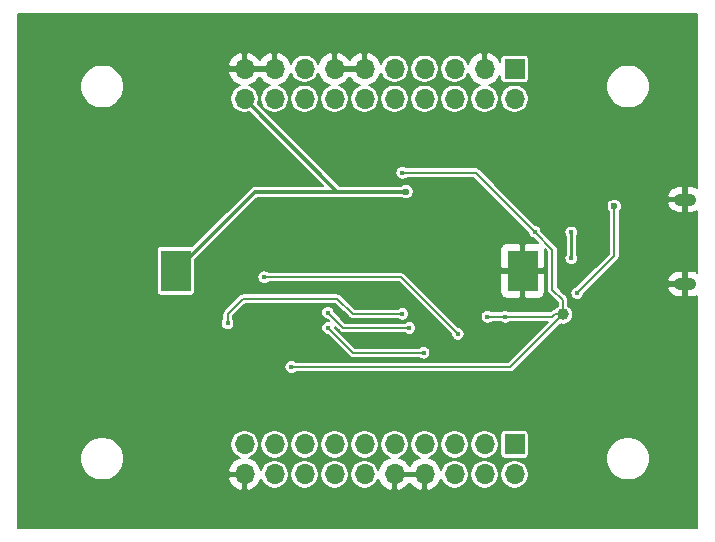
<source format=gbr>
%TF.GenerationSoftware,KiCad,Pcbnew,(5.1.9)-1*%
%TF.CreationDate,2021-08-30T23:08:19-04:00*%
%TF.ProjectId,STM32G491,53544d33-3247-4343-9931-2e6b69636164,rev?*%
%TF.SameCoordinates,Original*%
%TF.FileFunction,Copper,L2,Bot*%
%TF.FilePolarity,Positive*%
%FSLAX46Y46*%
G04 Gerber Fmt 4.6, Leading zero omitted, Abs format (unit mm)*
G04 Created by KiCad (PCBNEW (5.1.9)-1) date 2021-08-30 23:08:19*
%MOMM*%
%LPD*%
G01*
G04 APERTURE LIST*
%TA.AperFunction,ComponentPad*%
%ADD10O,1.900000X1.050000*%
%TD*%
%TA.AperFunction,ComponentPad*%
%ADD11R,1.700000X1.700000*%
%TD*%
%TA.AperFunction,ComponentPad*%
%ADD12O,1.700000X1.700000*%
%TD*%
%TA.AperFunction,SMDPad,CuDef*%
%ADD13R,2.540000X3.510000*%
%TD*%
%TA.AperFunction,ViaPad*%
%ADD14C,0.450000*%
%TD*%
%TA.AperFunction,ViaPad*%
%ADD15C,1.000000*%
%TD*%
%TA.AperFunction,ViaPad*%
%ADD16C,0.600000*%
%TD*%
%TA.AperFunction,Conductor*%
%ADD17C,0.300000*%
%TD*%
%TA.AperFunction,Conductor*%
%ADD18C,0.200000*%
%TD*%
%TA.AperFunction,Conductor*%
%ADD19C,0.150000*%
%TD*%
%TA.AperFunction,Conductor*%
%ADD20C,0.261112*%
%TD*%
%TA.AperFunction,Conductor*%
%ADD21C,0.100000*%
%TD*%
G04 APERTURE END LIST*
D10*
%TO.P,USB_IN1,6*%
%TO.N,GND*%
X214450000Y-73825000D03*
X214450000Y-80975000D03*
%TD*%
D11*
%TO.P,J2,1*%
%TO.N,/VDD*%
X200000000Y-94550000D03*
D12*
%TO.P,J2,2*%
%TO.N,/Vin*%
X200000000Y-97090000D03*
%TO.P,J2,3*%
%TO.N,/PA9*%
X197460000Y-94550000D03*
%TO.P,J2,4*%
%TO.N,/PA10*%
X197460000Y-97090000D03*
%TO.P,J2,5*%
%TO.N,/PC6*%
X194920000Y-94550000D03*
%TO.P,J2,6*%
%TO.N,/PA8*%
X194920000Y-97090000D03*
%TO.P,J2,7*%
%TO.N,/PB15*%
X192380000Y-94550000D03*
%TO.P,J2,8*%
%TO.N,GND*%
X192380000Y-97090000D03*
%TO.P,J2,9*%
%TO.N,/PB14*%
X189840000Y-94550000D03*
%TO.P,J2,10*%
%TO.N,GND*%
X189840000Y-97090000D03*
%TO.P,J2,11*%
%TO.N,/PB12*%
X187300000Y-94550000D03*
%TO.P,J2,12*%
%TO.N,/PB13*%
X187300000Y-97090000D03*
%TO.P,J2,13*%
%TO.N,/PB10*%
X184760000Y-94550000D03*
%TO.P,J2,14*%
%TO.N,/PB11*%
X184760000Y-97090000D03*
%TO.P,J2,15*%
%TO.N,/PB2*%
X182220000Y-94550000D03*
%TO.P,J2,16*%
%TO.N,/VREF*%
X182220000Y-97090000D03*
%TO.P,J2,17*%
%TO.N,/PA5*%
X179680000Y-94550000D03*
%TO.P,J2,18*%
%TO.N,/PC4*%
X179680000Y-97090000D03*
%TO.P,J2,19*%
%TO.N,/PA4*%
X177140000Y-94550000D03*
%TO.P,J2,20*%
%TO.N,GND*%
X177140000Y-97090000D03*
%TD*%
%TO.P,J1,20*%
%TO.N,/VBat*%
X177140000Y-65290000D03*
%TO.P,J1,19*%
%TO.N,GND*%
X177140000Y-62750000D03*
%TO.P,J1,18*%
%TO.N,/PC13*%
X179680000Y-65290000D03*
%TO.P,J1,17*%
%TO.N,GND*%
X179680000Y-62750000D03*
%TO.P,J1,16*%
%TO.N,/PB9*%
X182220000Y-65290000D03*
%TO.P,J1,15*%
%TO.N,/PB8-BOOT0*%
X182220000Y-62750000D03*
%TO.P,J1,14*%
%TO.N,/PB7*%
X184760000Y-65290000D03*
%TO.P,J1,13*%
%TO.N,GND*%
X184760000Y-62750000D03*
%TO.P,J1,12*%
%TO.N,/PB6*%
X187300000Y-65290000D03*
%TO.P,J1,11*%
%TO.N,GND*%
X187300000Y-62750000D03*
%TO.P,J1,10*%
%TO.N,/PB5*%
X189840000Y-65290000D03*
%TO.P,J1,9*%
%TO.N,/PB4*%
X189840000Y-62750000D03*
%TO.P,J1,8*%
%TO.N,/PB3*%
X192380000Y-65290000D03*
%TO.P,J1,7*%
%TO.N,/PC11*%
X192380000Y-62750000D03*
%TO.P,J1,6*%
%TO.N,/PC10*%
X194920000Y-65290000D03*
%TO.P,J1,5*%
%TO.N,/PA15*%
X194920000Y-62750000D03*
%TO.P,J1,4*%
%TO.N,/PA14*%
X197460000Y-65290000D03*
%TO.P,J1,3*%
%TO.N,GND*%
X197460000Y-62750000D03*
%TO.P,J1,2*%
%TO.N,/PA13*%
X200000000Y-65290000D03*
D11*
%TO.P,J1,1*%
%TO.N,/USB_ID*%
X200000000Y-62750000D03*
%TD*%
D13*
%TO.P,Battery1,2*%
%TO.N,GND*%
X200680000Y-79850000D03*
%TO.P,Battery1,1*%
%TO.N,/VBat*%
X171320000Y-79850000D03*
%TD*%
D14*
%TO.N,GND*%
X179200000Y-85450000D03*
X179200000Y-83250000D03*
X181200000Y-83250000D03*
X181200000Y-85450000D03*
X198350000Y-81250000D03*
X198350000Y-77250000D03*
X194850000Y-77250000D03*
X196600000Y-79250000D03*
X194850000Y-81250000D03*
%TO.N,/VDD*%
X190500000Y-71550000D03*
X201700000Y-76550000D03*
D15*
X204100000Y-83550000D03*
D14*
%TO.N,/USB_ID*%
X205300000Y-81750000D03*
%TO.N,/VDD*%
X197700000Y-83750000D03*
X199200000Y-83750000D03*
%TO.N,GND*%
X199300000Y-86750000D03*
X197400000Y-86850000D03*
D16*
%TO.N,/VBat*%
X190800000Y-73150000D03*
D14*
%TO.N,/USB_D+*%
X204800000Y-76600000D03*
%TO.N,GND*%
X204600000Y-74250000D03*
X202350000Y-71750000D03*
X209600000Y-70500000D03*
X206100000Y-68500000D03*
X205850000Y-59250000D03*
X213350000Y-59250000D03*
X170100000Y-59750000D03*
X178850000Y-59250000D03*
X186100000Y-59250000D03*
X192600000Y-59250000D03*
X198600000Y-59250000D03*
X181100000Y-76500000D03*
X176350000Y-79500000D03*
X170850000Y-84500000D03*
X171850000Y-89500000D03*
X171850000Y-95750000D03*
X171850000Y-100250000D03*
X165600000Y-100500000D03*
X160350000Y-100500000D03*
X159600000Y-94750000D03*
X159350000Y-88750000D03*
X159100000Y-83250000D03*
X159100000Y-77750000D03*
X159350000Y-71250000D03*
X159350000Y-64750000D03*
X159350000Y-59500000D03*
X164100000Y-59250000D03*
X164850000Y-70750000D03*
X170850000Y-70500000D03*
X176100000Y-70250000D03*
X171350000Y-64500000D03*
X213600000Y-83500000D03*
X213850000Y-69500000D03*
X214100000Y-64250000D03*
X204100000Y-62750000D03*
X213850000Y-100000000D03*
X209350000Y-100500000D03*
X204100000Y-100000000D03*
X197100000Y-100250000D03*
X191850000Y-100500000D03*
X187600000Y-100500000D03*
X183100000Y-100500000D03*
X178350000Y-100500000D03*
X165100000Y-89000000D03*
X186350000Y-69000000D03*
X175600000Y-87250000D03*
X179850000Y-89250000D03*
X186850000Y-81750000D03*
X206200000Y-78450000D03*
X209400000Y-83850000D03*
X204800000Y-90250000D03*
X207000000Y-90250000D03*
X214200000Y-95850000D03*
X214200000Y-92250000D03*
X204200000Y-80450000D03*
X204000000Y-96850000D03*
X194400000Y-86850000D03*
X193600000Y-89650000D03*
X191000000Y-89650000D03*
X192600000Y-75250000D03*
%TO.N,/VDD*%
X181100000Y-88000000D03*
%TO.N,/SDIO3*%
X190500000Y-83500000D03*
X175700000Y-84300000D03*
%TO.N,/SDIO0*%
X195200000Y-85200000D03*
X178800000Y-80400000D03*
%TO.N,/SDIO2*%
X191100000Y-84700000D03*
X184200000Y-83400000D03*
%TO.N,/SDIO1*%
X192300000Y-86800000D03*
X184200000Y-84700000D03*
%TO.N,/USB_D+*%
X204800000Y-78800000D03*
D16*
%TO.N,/USB_ID*%
X208450000Y-74400000D03*
%TD*%
D17*
%TO.N,/VBat*%
X178020000Y-73150000D02*
X171320000Y-79850000D01*
X185000000Y-73150000D02*
X185100000Y-73150000D01*
X177140000Y-65290000D02*
X185000000Y-73150000D01*
X185100000Y-73150000D02*
X178020000Y-73150000D01*
X190800000Y-73150000D02*
X185100000Y-73150000D01*
D18*
%TO.N,/VDD*%
X204100000Y-83550000D02*
X203400000Y-83550000D01*
X203200000Y-83750000D02*
X199200000Y-83750000D01*
X203400000Y-83550000D02*
X203200000Y-83750000D01*
X197700000Y-83750000D02*
X199200000Y-83750000D01*
X196700000Y-71550000D02*
X190500000Y-71550000D01*
X201700000Y-76550000D02*
X196700000Y-71550000D01*
X204100000Y-83550000D02*
X199650000Y-88000000D01*
X199650000Y-88000000D02*
X181100000Y-88000000D01*
X181100000Y-88000000D02*
X181100000Y-88000000D01*
X203200000Y-78050000D02*
X201700000Y-76550000D01*
X203200000Y-81450000D02*
X203200000Y-78050000D01*
X204100000Y-82350000D02*
X203200000Y-81450000D01*
X204100000Y-83550000D02*
X204100000Y-82350000D01*
D19*
%TO.N,/SDIO3*%
X190500000Y-83500000D02*
X186300000Y-83500000D01*
X186300000Y-83500000D02*
X185000000Y-82200000D01*
X185000000Y-82200000D02*
X177000000Y-82200000D01*
X177000000Y-82200000D02*
X175700000Y-83500000D01*
X175700000Y-83500000D02*
X175700000Y-84300000D01*
X175700000Y-84300000D02*
X175700000Y-84300000D01*
%TO.N,/SDIO0*%
X195200000Y-85200000D02*
X190400000Y-80400000D01*
X190400000Y-80400000D02*
X178800000Y-80400000D01*
X178800000Y-80400000D02*
X178800000Y-80400000D01*
%TO.N,/SDIO2*%
X191100000Y-84700000D02*
X185500000Y-84700000D01*
X185500000Y-84700000D02*
X184200000Y-83400000D01*
X184200000Y-83400000D02*
X184200000Y-83400000D01*
%TO.N,/SDIO1*%
X192300000Y-86800000D02*
X186300000Y-86800000D01*
X186300000Y-86800000D02*
X184200000Y-84700000D01*
X184200000Y-84700000D02*
X184200000Y-84700000D01*
D20*
%TO.N,/USB_D+*%
X204800000Y-76600000D02*
X204800000Y-78800000D01*
X204800000Y-78800000D02*
X204800000Y-78800000D01*
D18*
%TO.N,/USB_ID*%
X208450000Y-78600000D02*
X205300000Y-81750000D01*
X208450000Y-74400000D02*
X208450000Y-78600000D01*
%TD*%
%TO.N,GND*%
X215471000Y-72851740D02*
X215450858Y-72837178D01*
X215247078Y-72743814D01*
X215029000Y-72692000D01*
X214604000Y-72692000D01*
X214604000Y-73671000D01*
X214624000Y-73671000D01*
X214624000Y-73979000D01*
X214604000Y-73979000D01*
X214604000Y-74958000D01*
X215029000Y-74958000D01*
X215247078Y-74906186D01*
X215450858Y-74812822D01*
X215471001Y-74798260D01*
X215471001Y-80001740D01*
X215450858Y-79987178D01*
X215247078Y-79893814D01*
X215029000Y-79842000D01*
X214604000Y-79842000D01*
X214604000Y-80821000D01*
X214624000Y-80821000D01*
X214624000Y-81129000D01*
X214604000Y-81129000D01*
X214604000Y-82108000D01*
X215029000Y-82108000D01*
X215247078Y-82056186D01*
X215450858Y-81962822D01*
X215471001Y-81948260D01*
X215471000Y-101621000D01*
X157979000Y-101621000D01*
X157979000Y-95567397D01*
X163246000Y-95567397D01*
X163246000Y-95932603D01*
X163317248Y-96290792D01*
X163457006Y-96628198D01*
X163659904Y-96931856D01*
X163918144Y-97190096D01*
X164221802Y-97392994D01*
X164559208Y-97532752D01*
X164917397Y-97604000D01*
X165282603Y-97604000D01*
X165640792Y-97532752D01*
X165794917Y-97468911D01*
X175732091Y-97468911D01*
X175833065Y-97736300D01*
X175984264Y-97978852D01*
X176179878Y-98187246D01*
X176412389Y-98353473D01*
X176672861Y-98471146D01*
X176761090Y-98497903D01*
X176986000Y-98386889D01*
X176986000Y-97244000D01*
X175842150Y-97244000D01*
X175732091Y-97468911D01*
X165794917Y-97468911D01*
X165978198Y-97392994D01*
X166281856Y-97190096D01*
X166540096Y-96931856D01*
X166687607Y-96711089D01*
X175732091Y-96711089D01*
X175842150Y-96936000D01*
X176986000Y-96936000D01*
X176986000Y-96916000D01*
X177294000Y-96916000D01*
X177294000Y-96936000D01*
X177314000Y-96936000D01*
X177314000Y-97244000D01*
X177294000Y-97244000D01*
X177294000Y-98386889D01*
X177518910Y-98497903D01*
X177607139Y-98471146D01*
X177867611Y-98353473D01*
X178100122Y-98187246D01*
X178295736Y-97978852D01*
X178446935Y-97736300D01*
X178541156Y-97486792D01*
X178613029Y-97660308D01*
X178744792Y-97857505D01*
X178912495Y-98025208D01*
X179109692Y-98156971D01*
X179328806Y-98247731D01*
X179561416Y-98294000D01*
X179798584Y-98294000D01*
X180031194Y-98247731D01*
X180250308Y-98156971D01*
X180447505Y-98025208D01*
X180615208Y-97857505D01*
X180746971Y-97660308D01*
X180837731Y-97441194D01*
X180884000Y-97208584D01*
X180884000Y-96971416D01*
X181016000Y-96971416D01*
X181016000Y-97208584D01*
X181062269Y-97441194D01*
X181153029Y-97660308D01*
X181284792Y-97857505D01*
X181452495Y-98025208D01*
X181649692Y-98156971D01*
X181868806Y-98247731D01*
X182101416Y-98294000D01*
X182338584Y-98294000D01*
X182571194Y-98247731D01*
X182790308Y-98156971D01*
X182987505Y-98025208D01*
X183155208Y-97857505D01*
X183286971Y-97660308D01*
X183377731Y-97441194D01*
X183424000Y-97208584D01*
X183424000Y-96971416D01*
X183556000Y-96971416D01*
X183556000Y-97208584D01*
X183602269Y-97441194D01*
X183693029Y-97660308D01*
X183824792Y-97857505D01*
X183992495Y-98025208D01*
X184189692Y-98156971D01*
X184408806Y-98247731D01*
X184641416Y-98294000D01*
X184878584Y-98294000D01*
X185111194Y-98247731D01*
X185330308Y-98156971D01*
X185527505Y-98025208D01*
X185695208Y-97857505D01*
X185826971Y-97660308D01*
X185917731Y-97441194D01*
X185964000Y-97208584D01*
X185964000Y-96971416D01*
X186096000Y-96971416D01*
X186096000Y-97208584D01*
X186142269Y-97441194D01*
X186233029Y-97660308D01*
X186364792Y-97857505D01*
X186532495Y-98025208D01*
X186729692Y-98156971D01*
X186948806Y-98247731D01*
X187181416Y-98294000D01*
X187418584Y-98294000D01*
X187651194Y-98247731D01*
X187870308Y-98156971D01*
X188067505Y-98025208D01*
X188235208Y-97857505D01*
X188366971Y-97660308D01*
X188438844Y-97486792D01*
X188533065Y-97736300D01*
X188684264Y-97978852D01*
X188879878Y-98187246D01*
X189112389Y-98353473D01*
X189372861Y-98471146D01*
X189461090Y-98497903D01*
X189686000Y-98386889D01*
X189686000Y-97244000D01*
X189994000Y-97244000D01*
X189994000Y-98386889D01*
X190218910Y-98497903D01*
X190307139Y-98471146D01*
X190567611Y-98353473D01*
X190800122Y-98187246D01*
X190995736Y-97978852D01*
X191110000Y-97795551D01*
X191224264Y-97978852D01*
X191419878Y-98187246D01*
X191652389Y-98353473D01*
X191912861Y-98471146D01*
X192001090Y-98497903D01*
X192226000Y-98386889D01*
X192226000Y-97244000D01*
X189994000Y-97244000D01*
X189686000Y-97244000D01*
X189666000Y-97244000D01*
X189666000Y-96936000D01*
X189686000Y-96936000D01*
X189686000Y-96916000D01*
X189994000Y-96916000D01*
X189994000Y-96936000D01*
X192226000Y-96936000D01*
X192226000Y-96916000D01*
X192534000Y-96916000D01*
X192534000Y-96936000D01*
X192554000Y-96936000D01*
X192554000Y-97244000D01*
X192534000Y-97244000D01*
X192534000Y-98386889D01*
X192758910Y-98497903D01*
X192847139Y-98471146D01*
X193107611Y-98353473D01*
X193340122Y-98187246D01*
X193535736Y-97978852D01*
X193686935Y-97736300D01*
X193781156Y-97486792D01*
X193853029Y-97660308D01*
X193984792Y-97857505D01*
X194152495Y-98025208D01*
X194349692Y-98156971D01*
X194568806Y-98247731D01*
X194801416Y-98294000D01*
X195038584Y-98294000D01*
X195271194Y-98247731D01*
X195490308Y-98156971D01*
X195687505Y-98025208D01*
X195855208Y-97857505D01*
X195986971Y-97660308D01*
X196077731Y-97441194D01*
X196124000Y-97208584D01*
X196124000Y-96971416D01*
X196256000Y-96971416D01*
X196256000Y-97208584D01*
X196302269Y-97441194D01*
X196393029Y-97660308D01*
X196524792Y-97857505D01*
X196692495Y-98025208D01*
X196889692Y-98156971D01*
X197108806Y-98247731D01*
X197341416Y-98294000D01*
X197578584Y-98294000D01*
X197811194Y-98247731D01*
X198030308Y-98156971D01*
X198227505Y-98025208D01*
X198395208Y-97857505D01*
X198526971Y-97660308D01*
X198617731Y-97441194D01*
X198664000Y-97208584D01*
X198664000Y-96971416D01*
X198796000Y-96971416D01*
X198796000Y-97208584D01*
X198842269Y-97441194D01*
X198933029Y-97660308D01*
X199064792Y-97857505D01*
X199232495Y-98025208D01*
X199429692Y-98156971D01*
X199648806Y-98247731D01*
X199881416Y-98294000D01*
X200118584Y-98294000D01*
X200351194Y-98247731D01*
X200570308Y-98156971D01*
X200767505Y-98025208D01*
X200935208Y-97857505D01*
X201066971Y-97660308D01*
X201157731Y-97441194D01*
X201204000Y-97208584D01*
X201204000Y-96971416D01*
X201157731Y-96738806D01*
X201066971Y-96519692D01*
X200935208Y-96322495D01*
X200767505Y-96154792D01*
X200570308Y-96023029D01*
X200351194Y-95932269D01*
X200118584Y-95886000D01*
X199881416Y-95886000D01*
X199648806Y-95932269D01*
X199429692Y-96023029D01*
X199232495Y-96154792D01*
X199064792Y-96322495D01*
X198933029Y-96519692D01*
X198842269Y-96738806D01*
X198796000Y-96971416D01*
X198664000Y-96971416D01*
X198617731Y-96738806D01*
X198526971Y-96519692D01*
X198395208Y-96322495D01*
X198227505Y-96154792D01*
X198030308Y-96023029D01*
X197811194Y-95932269D01*
X197578584Y-95886000D01*
X197341416Y-95886000D01*
X197108806Y-95932269D01*
X196889692Y-96023029D01*
X196692495Y-96154792D01*
X196524792Y-96322495D01*
X196393029Y-96519692D01*
X196302269Y-96738806D01*
X196256000Y-96971416D01*
X196124000Y-96971416D01*
X196077731Y-96738806D01*
X195986971Y-96519692D01*
X195855208Y-96322495D01*
X195687505Y-96154792D01*
X195490308Y-96023029D01*
X195271194Y-95932269D01*
X195038584Y-95886000D01*
X194801416Y-95886000D01*
X194568806Y-95932269D01*
X194349692Y-96023029D01*
X194152495Y-96154792D01*
X193984792Y-96322495D01*
X193853029Y-96519692D01*
X193781156Y-96693208D01*
X193686935Y-96443700D01*
X193535736Y-96201148D01*
X193340122Y-95992754D01*
X193107611Y-95826527D01*
X192847139Y-95708854D01*
X192778637Y-95688080D01*
X192950308Y-95616971D01*
X193147505Y-95485208D01*
X193315208Y-95317505D01*
X193446971Y-95120308D01*
X193537731Y-94901194D01*
X193584000Y-94668584D01*
X193584000Y-94431416D01*
X193716000Y-94431416D01*
X193716000Y-94668584D01*
X193762269Y-94901194D01*
X193853029Y-95120308D01*
X193984792Y-95317505D01*
X194152495Y-95485208D01*
X194349692Y-95616971D01*
X194568806Y-95707731D01*
X194801416Y-95754000D01*
X195038584Y-95754000D01*
X195271194Y-95707731D01*
X195490308Y-95616971D01*
X195687505Y-95485208D01*
X195855208Y-95317505D01*
X195986971Y-95120308D01*
X196077731Y-94901194D01*
X196124000Y-94668584D01*
X196124000Y-94431416D01*
X196256000Y-94431416D01*
X196256000Y-94668584D01*
X196302269Y-94901194D01*
X196393029Y-95120308D01*
X196524792Y-95317505D01*
X196692495Y-95485208D01*
X196889692Y-95616971D01*
X197108806Y-95707731D01*
X197341416Y-95754000D01*
X197578584Y-95754000D01*
X197811194Y-95707731D01*
X198030308Y-95616971D01*
X198227505Y-95485208D01*
X198395208Y-95317505D01*
X198526971Y-95120308D01*
X198617731Y-94901194D01*
X198664000Y-94668584D01*
X198664000Y-94431416D01*
X198617731Y-94198806D01*
X198526971Y-93979692D01*
X198395208Y-93782495D01*
X198312713Y-93700000D01*
X198794288Y-93700000D01*
X198794288Y-95400000D01*
X198801123Y-95469396D01*
X198821365Y-95536125D01*
X198854236Y-95597623D01*
X198898474Y-95651526D01*
X198952377Y-95695764D01*
X199013875Y-95728635D01*
X199080604Y-95748877D01*
X199150000Y-95755712D01*
X200850000Y-95755712D01*
X200919396Y-95748877D01*
X200986125Y-95728635D01*
X201047623Y-95695764D01*
X201101526Y-95651526D01*
X201145764Y-95597623D01*
X201161919Y-95567397D01*
X207746000Y-95567397D01*
X207746000Y-95932603D01*
X207817248Y-96290792D01*
X207957006Y-96628198D01*
X208159904Y-96931856D01*
X208418144Y-97190096D01*
X208721802Y-97392994D01*
X209059208Y-97532752D01*
X209417397Y-97604000D01*
X209782603Y-97604000D01*
X210140792Y-97532752D01*
X210478198Y-97392994D01*
X210781856Y-97190096D01*
X211040096Y-96931856D01*
X211242994Y-96628198D01*
X211382752Y-96290792D01*
X211454000Y-95932603D01*
X211454000Y-95567397D01*
X211382752Y-95209208D01*
X211242994Y-94871802D01*
X211040096Y-94568144D01*
X210781856Y-94309904D01*
X210478198Y-94107006D01*
X210140792Y-93967248D01*
X209782603Y-93896000D01*
X209417397Y-93896000D01*
X209059208Y-93967248D01*
X208721802Y-94107006D01*
X208418144Y-94309904D01*
X208159904Y-94568144D01*
X207957006Y-94871802D01*
X207817248Y-95209208D01*
X207746000Y-95567397D01*
X201161919Y-95567397D01*
X201178635Y-95536125D01*
X201198877Y-95469396D01*
X201205712Y-95400000D01*
X201205712Y-93700000D01*
X201198877Y-93630604D01*
X201178635Y-93563875D01*
X201145764Y-93502377D01*
X201101526Y-93448474D01*
X201047623Y-93404236D01*
X200986125Y-93371365D01*
X200919396Y-93351123D01*
X200850000Y-93344288D01*
X199150000Y-93344288D01*
X199080604Y-93351123D01*
X199013875Y-93371365D01*
X198952377Y-93404236D01*
X198898474Y-93448474D01*
X198854236Y-93502377D01*
X198821365Y-93563875D01*
X198801123Y-93630604D01*
X198794288Y-93700000D01*
X198312713Y-93700000D01*
X198227505Y-93614792D01*
X198030308Y-93483029D01*
X197811194Y-93392269D01*
X197578584Y-93346000D01*
X197341416Y-93346000D01*
X197108806Y-93392269D01*
X196889692Y-93483029D01*
X196692495Y-93614792D01*
X196524792Y-93782495D01*
X196393029Y-93979692D01*
X196302269Y-94198806D01*
X196256000Y-94431416D01*
X196124000Y-94431416D01*
X196077731Y-94198806D01*
X195986971Y-93979692D01*
X195855208Y-93782495D01*
X195687505Y-93614792D01*
X195490308Y-93483029D01*
X195271194Y-93392269D01*
X195038584Y-93346000D01*
X194801416Y-93346000D01*
X194568806Y-93392269D01*
X194349692Y-93483029D01*
X194152495Y-93614792D01*
X193984792Y-93782495D01*
X193853029Y-93979692D01*
X193762269Y-94198806D01*
X193716000Y-94431416D01*
X193584000Y-94431416D01*
X193537731Y-94198806D01*
X193446971Y-93979692D01*
X193315208Y-93782495D01*
X193147505Y-93614792D01*
X192950308Y-93483029D01*
X192731194Y-93392269D01*
X192498584Y-93346000D01*
X192261416Y-93346000D01*
X192028806Y-93392269D01*
X191809692Y-93483029D01*
X191612495Y-93614792D01*
X191444792Y-93782495D01*
X191313029Y-93979692D01*
X191222269Y-94198806D01*
X191176000Y-94431416D01*
X191176000Y-94668584D01*
X191222269Y-94901194D01*
X191313029Y-95120308D01*
X191444792Y-95317505D01*
X191612495Y-95485208D01*
X191809692Y-95616971D01*
X191981363Y-95688080D01*
X191912861Y-95708854D01*
X191652389Y-95826527D01*
X191419878Y-95992754D01*
X191224264Y-96201148D01*
X191110000Y-96384449D01*
X190995736Y-96201148D01*
X190800122Y-95992754D01*
X190567611Y-95826527D01*
X190307139Y-95708854D01*
X190238637Y-95688080D01*
X190410308Y-95616971D01*
X190607505Y-95485208D01*
X190775208Y-95317505D01*
X190906971Y-95120308D01*
X190997731Y-94901194D01*
X191044000Y-94668584D01*
X191044000Y-94431416D01*
X190997731Y-94198806D01*
X190906971Y-93979692D01*
X190775208Y-93782495D01*
X190607505Y-93614792D01*
X190410308Y-93483029D01*
X190191194Y-93392269D01*
X189958584Y-93346000D01*
X189721416Y-93346000D01*
X189488806Y-93392269D01*
X189269692Y-93483029D01*
X189072495Y-93614792D01*
X188904792Y-93782495D01*
X188773029Y-93979692D01*
X188682269Y-94198806D01*
X188636000Y-94431416D01*
X188636000Y-94668584D01*
X188682269Y-94901194D01*
X188773029Y-95120308D01*
X188904792Y-95317505D01*
X189072495Y-95485208D01*
X189269692Y-95616971D01*
X189441363Y-95688080D01*
X189372861Y-95708854D01*
X189112389Y-95826527D01*
X188879878Y-95992754D01*
X188684264Y-96201148D01*
X188533065Y-96443700D01*
X188438844Y-96693208D01*
X188366971Y-96519692D01*
X188235208Y-96322495D01*
X188067505Y-96154792D01*
X187870308Y-96023029D01*
X187651194Y-95932269D01*
X187418584Y-95886000D01*
X187181416Y-95886000D01*
X186948806Y-95932269D01*
X186729692Y-96023029D01*
X186532495Y-96154792D01*
X186364792Y-96322495D01*
X186233029Y-96519692D01*
X186142269Y-96738806D01*
X186096000Y-96971416D01*
X185964000Y-96971416D01*
X185917731Y-96738806D01*
X185826971Y-96519692D01*
X185695208Y-96322495D01*
X185527505Y-96154792D01*
X185330308Y-96023029D01*
X185111194Y-95932269D01*
X184878584Y-95886000D01*
X184641416Y-95886000D01*
X184408806Y-95932269D01*
X184189692Y-96023029D01*
X183992495Y-96154792D01*
X183824792Y-96322495D01*
X183693029Y-96519692D01*
X183602269Y-96738806D01*
X183556000Y-96971416D01*
X183424000Y-96971416D01*
X183377731Y-96738806D01*
X183286971Y-96519692D01*
X183155208Y-96322495D01*
X182987505Y-96154792D01*
X182790308Y-96023029D01*
X182571194Y-95932269D01*
X182338584Y-95886000D01*
X182101416Y-95886000D01*
X181868806Y-95932269D01*
X181649692Y-96023029D01*
X181452495Y-96154792D01*
X181284792Y-96322495D01*
X181153029Y-96519692D01*
X181062269Y-96738806D01*
X181016000Y-96971416D01*
X180884000Y-96971416D01*
X180837731Y-96738806D01*
X180746971Y-96519692D01*
X180615208Y-96322495D01*
X180447505Y-96154792D01*
X180250308Y-96023029D01*
X180031194Y-95932269D01*
X179798584Y-95886000D01*
X179561416Y-95886000D01*
X179328806Y-95932269D01*
X179109692Y-96023029D01*
X178912495Y-96154792D01*
X178744792Y-96322495D01*
X178613029Y-96519692D01*
X178541156Y-96693208D01*
X178446935Y-96443700D01*
X178295736Y-96201148D01*
X178100122Y-95992754D01*
X177867611Y-95826527D01*
X177607139Y-95708854D01*
X177538637Y-95688080D01*
X177710308Y-95616971D01*
X177907505Y-95485208D01*
X178075208Y-95317505D01*
X178206971Y-95120308D01*
X178297731Y-94901194D01*
X178344000Y-94668584D01*
X178344000Y-94431416D01*
X178476000Y-94431416D01*
X178476000Y-94668584D01*
X178522269Y-94901194D01*
X178613029Y-95120308D01*
X178744792Y-95317505D01*
X178912495Y-95485208D01*
X179109692Y-95616971D01*
X179328806Y-95707731D01*
X179561416Y-95754000D01*
X179798584Y-95754000D01*
X180031194Y-95707731D01*
X180250308Y-95616971D01*
X180447505Y-95485208D01*
X180615208Y-95317505D01*
X180746971Y-95120308D01*
X180837731Y-94901194D01*
X180884000Y-94668584D01*
X180884000Y-94431416D01*
X181016000Y-94431416D01*
X181016000Y-94668584D01*
X181062269Y-94901194D01*
X181153029Y-95120308D01*
X181284792Y-95317505D01*
X181452495Y-95485208D01*
X181649692Y-95616971D01*
X181868806Y-95707731D01*
X182101416Y-95754000D01*
X182338584Y-95754000D01*
X182571194Y-95707731D01*
X182790308Y-95616971D01*
X182987505Y-95485208D01*
X183155208Y-95317505D01*
X183286971Y-95120308D01*
X183377731Y-94901194D01*
X183424000Y-94668584D01*
X183424000Y-94431416D01*
X183556000Y-94431416D01*
X183556000Y-94668584D01*
X183602269Y-94901194D01*
X183693029Y-95120308D01*
X183824792Y-95317505D01*
X183992495Y-95485208D01*
X184189692Y-95616971D01*
X184408806Y-95707731D01*
X184641416Y-95754000D01*
X184878584Y-95754000D01*
X185111194Y-95707731D01*
X185330308Y-95616971D01*
X185527505Y-95485208D01*
X185695208Y-95317505D01*
X185826971Y-95120308D01*
X185917731Y-94901194D01*
X185964000Y-94668584D01*
X185964000Y-94431416D01*
X186096000Y-94431416D01*
X186096000Y-94668584D01*
X186142269Y-94901194D01*
X186233029Y-95120308D01*
X186364792Y-95317505D01*
X186532495Y-95485208D01*
X186729692Y-95616971D01*
X186948806Y-95707731D01*
X187181416Y-95754000D01*
X187418584Y-95754000D01*
X187651194Y-95707731D01*
X187870308Y-95616971D01*
X188067505Y-95485208D01*
X188235208Y-95317505D01*
X188366971Y-95120308D01*
X188457731Y-94901194D01*
X188504000Y-94668584D01*
X188504000Y-94431416D01*
X188457731Y-94198806D01*
X188366971Y-93979692D01*
X188235208Y-93782495D01*
X188067505Y-93614792D01*
X187870308Y-93483029D01*
X187651194Y-93392269D01*
X187418584Y-93346000D01*
X187181416Y-93346000D01*
X186948806Y-93392269D01*
X186729692Y-93483029D01*
X186532495Y-93614792D01*
X186364792Y-93782495D01*
X186233029Y-93979692D01*
X186142269Y-94198806D01*
X186096000Y-94431416D01*
X185964000Y-94431416D01*
X185917731Y-94198806D01*
X185826971Y-93979692D01*
X185695208Y-93782495D01*
X185527505Y-93614792D01*
X185330308Y-93483029D01*
X185111194Y-93392269D01*
X184878584Y-93346000D01*
X184641416Y-93346000D01*
X184408806Y-93392269D01*
X184189692Y-93483029D01*
X183992495Y-93614792D01*
X183824792Y-93782495D01*
X183693029Y-93979692D01*
X183602269Y-94198806D01*
X183556000Y-94431416D01*
X183424000Y-94431416D01*
X183377731Y-94198806D01*
X183286971Y-93979692D01*
X183155208Y-93782495D01*
X182987505Y-93614792D01*
X182790308Y-93483029D01*
X182571194Y-93392269D01*
X182338584Y-93346000D01*
X182101416Y-93346000D01*
X181868806Y-93392269D01*
X181649692Y-93483029D01*
X181452495Y-93614792D01*
X181284792Y-93782495D01*
X181153029Y-93979692D01*
X181062269Y-94198806D01*
X181016000Y-94431416D01*
X180884000Y-94431416D01*
X180837731Y-94198806D01*
X180746971Y-93979692D01*
X180615208Y-93782495D01*
X180447505Y-93614792D01*
X180250308Y-93483029D01*
X180031194Y-93392269D01*
X179798584Y-93346000D01*
X179561416Y-93346000D01*
X179328806Y-93392269D01*
X179109692Y-93483029D01*
X178912495Y-93614792D01*
X178744792Y-93782495D01*
X178613029Y-93979692D01*
X178522269Y-94198806D01*
X178476000Y-94431416D01*
X178344000Y-94431416D01*
X178297731Y-94198806D01*
X178206971Y-93979692D01*
X178075208Y-93782495D01*
X177907505Y-93614792D01*
X177710308Y-93483029D01*
X177491194Y-93392269D01*
X177258584Y-93346000D01*
X177021416Y-93346000D01*
X176788806Y-93392269D01*
X176569692Y-93483029D01*
X176372495Y-93614792D01*
X176204792Y-93782495D01*
X176073029Y-93979692D01*
X175982269Y-94198806D01*
X175936000Y-94431416D01*
X175936000Y-94668584D01*
X175982269Y-94901194D01*
X176073029Y-95120308D01*
X176204792Y-95317505D01*
X176372495Y-95485208D01*
X176569692Y-95616971D01*
X176741363Y-95688080D01*
X176672861Y-95708854D01*
X176412389Y-95826527D01*
X176179878Y-95992754D01*
X175984264Y-96201148D01*
X175833065Y-96443700D01*
X175732091Y-96711089D01*
X166687607Y-96711089D01*
X166742994Y-96628198D01*
X166882752Y-96290792D01*
X166954000Y-95932603D01*
X166954000Y-95567397D01*
X166882752Y-95209208D01*
X166742994Y-94871802D01*
X166540096Y-94568144D01*
X166281856Y-94309904D01*
X165978198Y-94107006D01*
X165640792Y-93967248D01*
X165282603Y-93896000D01*
X164917397Y-93896000D01*
X164559208Y-93967248D01*
X164221802Y-94107006D01*
X163918144Y-94309904D01*
X163659904Y-94568144D01*
X163457006Y-94871802D01*
X163317248Y-95209208D01*
X163246000Y-95567397D01*
X157979000Y-95567397D01*
X157979000Y-87942973D01*
X180521000Y-87942973D01*
X180521000Y-88057027D01*
X180543250Y-88168888D01*
X180586896Y-88274260D01*
X180650261Y-88369091D01*
X180730909Y-88449739D01*
X180825740Y-88513104D01*
X180931112Y-88556750D01*
X181042973Y-88579000D01*
X181157027Y-88579000D01*
X181268888Y-88556750D01*
X181374260Y-88513104D01*
X181462714Y-88454000D01*
X199627712Y-88454000D01*
X199650000Y-88456195D01*
X199672288Y-88454000D01*
X199672295Y-88454000D01*
X199738999Y-88447430D01*
X199824579Y-88421470D01*
X199903449Y-88379313D01*
X199972579Y-88322579D01*
X199986795Y-88305258D01*
X203909262Y-84382791D01*
X204015888Y-84404000D01*
X204184112Y-84404000D01*
X204349103Y-84371181D01*
X204504521Y-84306805D01*
X204644393Y-84213345D01*
X204763345Y-84094393D01*
X204856805Y-83954521D01*
X204921181Y-83799103D01*
X204954000Y-83634112D01*
X204954000Y-83465888D01*
X204921181Y-83300897D01*
X204856805Y-83145479D01*
X204763345Y-83005607D01*
X204644393Y-82886655D01*
X204554000Y-82826256D01*
X204554000Y-82372287D01*
X204556195Y-82349999D01*
X204554000Y-82327711D01*
X204554000Y-82327705D01*
X204547430Y-82261001D01*
X204521470Y-82175421D01*
X204479313Y-82096551D01*
X204422579Y-82027421D01*
X204405263Y-82013210D01*
X204085026Y-81692973D01*
X204721000Y-81692973D01*
X204721000Y-81807027D01*
X204743250Y-81918888D01*
X204786896Y-82024260D01*
X204850261Y-82119091D01*
X204930909Y-82199739D01*
X205025740Y-82263104D01*
X205131112Y-82306750D01*
X205242973Y-82329000D01*
X205357027Y-82329000D01*
X205468888Y-82306750D01*
X205574260Y-82263104D01*
X205669091Y-82199739D01*
X205749739Y-82119091D01*
X205813104Y-82024260D01*
X205856750Y-81918888D01*
X205877504Y-81814548D01*
X206389353Y-81302699D01*
X212940426Y-81302699D01*
X212997387Y-81476414D01*
X213114953Y-81667257D01*
X213267492Y-81831497D01*
X213449142Y-81962822D01*
X213652922Y-82056186D01*
X213871000Y-82108000D01*
X214296000Y-82108000D01*
X214296000Y-81129000D01*
X213056163Y-81129000D01*
X212940426Y-81302699D01*
X206389353Y-81302699D01*
X207044751Y-80647301D01*
X212940426Y-80647301D01*
X213056163Y-80821000D01*
X214296000Y-80821000D01*
X214296000Y-79842000D01*
X213871000Y-79842000D01*
X213652922Y-79893814D01*
X213449142Y-79987178D01*
X213267492Y-80118503D01*
X213114953Y-80282743D01*
X212997387Y-80473586D01*
X212940426Y-80647301D01*
X207044751Y-80647301D01*
X208755263Y-78936790D01*
X208772579Y-78922579D01*
X208829313Y-78853449D01*
X208871470Y-78774579D01*
X208897430Y-78689000D01*
X208898259Y-78680579D01*
X208904000Y-78622295D01*
X208904000Y-78622288D01*
X208906195Y-78600000D01*
X208904000Y-78577712D01*
X208904000Y-74870895D01*
X208957995Y-74816900D01*
X209029567Y-74709785D01*
X209078867Y-74590765D01*
X209104000Y-74464413D01*
X209104000Y-74335587D01*
X209078867Y-74209235D01*
X209055449Y-74152699D01*
X212940426Y-74152699D01*
X212997387Y-74326414D01*
X213114953Y-74517257D01*
X213267492Y-74681497D01*
X213449142Y-74812822D01*
X213652922Y-74906186D01*
X213871000Y-74958000D01*
X214296000Y-74958000D01*
X214296000Y-73979000D01*
X213056163Y-73979000D01*
X212940426Y-74152699D01*
X209055449Y-74152699D01*
X209029567Y-74090215D01*
X208957995Y-73983100D01*
X208866900Y-73892005D01*
X208759785Y-73820433D01*
X208640765Y-73771133D01*
X208514413Y-73746000D01*
X208385587Y-73746000D01*
X208259235Y-73771133D01*
X208140215Y-73820433D01*
X208033100Y-73892005D01*
X207942005Y-73983100D01*
X207870433Y-74090215D01*
X207821133Y-74209235D01*
X207796000Y-74335587D01*
X207796000Y-74464413D01*
X207821133Y-74590765D01*
X207870433Y-74709785D01*
X207942005Y-74816900D01*
X207996000Y-74870895D01*
X207996001Y-78411946D01*
X205235452Y-81172496D01*
X205131112Y-81193250D01*
X205025740Y-81236896D01*
X204930909Y-81300261D01*
X204850261Y-81380909D01*
X204786896Y-81475740D01*
X204743250Y-81581112D01*
X204721000Y-81692973D01*
X204085026Y-81692973D01*
X203654000Y-81261948D01*
X203654000Y-78072287D01*
X203656195Y-78049999D01*
X203654000Y-78027711D01*
X203654000Y-78027705D01*
X203647430Y-77961001D01*
X203621470Y-77875421D01*
X203579313Y-77796551D01*
X203545688Y-77755579D01*
X203536791Y-77744738D01*
X203536790Y-77744737D01*
X203522579Y-77727421D01*
X203505263Y-77713210D01*
X202335026Y-76542973D01*
X204221000Y-76542973D01*
X204221000Y-76657027D01*
X204243250Y-76768888D01*
X204286896Y-76874260D01*
X204315444Y-76916985D01*
X204315445Y-78483014D01*
X204286896Y-78525740D01*
X204243250Y-78631112D01*
X204221000Y-78742973D01*
X204221000Y-78857027D01*
X204243250Y-78968888D01*
X204286896Y-79074260D01*
X204350261Y-79169091D01*
X204430909Y-79249739D01*
X204525740Y-79313104D01*
X204631112Y-79356750D01*
X204742973Y-79379000D01*
X204857027Y-79379000D01*
X204968888Y-79356750D01*
X205074260Y-79313104D01*
X205169091Y-79249739D01*
X205249739Y-79169091D01*
X205313104Y-79074260D01*
X205356750Y-78968888D01*
X205379000Y-78857027D01*
X205379000Y-78742973D01*
X205356750Y-78631112D01*
X205313104Y-78525740D01*
X205284556Y-78483016D01*
X205284556Y-76916984D01*
X205313104Y-76874260D01*
X205356750Y-76768888D01*
X205379000Y-76657027D01*
X205379000Y-76542973D01*
X205356750Y-76431112D01*
X205313104Y-76325740D01*
X205249739Y-76230909D01*
X205169091Y-76150261D01*
X205074260Y-76086896D01*
X204968888Y-76043250D01*
X204857027Y-76021000D01*
X204742973Y-76021000D01*
X204631112Y-76043250D01*
X204525740Y-76086896D01*
X204430909Y-76150261D01*
X204350261Y-76230909D01*
X204286896Y-76325740D01*
X204243250Y-76431112D01*
X204221000Y-76542973D01*
X202335026Y-76542973D01*
X202277504Y-76485452D01*
X202256750Y-76381112D01*
X202213104Y-76275740D01*
X202149739Y-76180909D01*
X202069091Y-76100261D01*
X201974260Y-76036896D01*
X201868888Y-75993250D01*
X201764549Y-75972496D01*
X199289354Y-73497301D01*
X212940426Y-73497301D01*
X213056163Y-73671000D01*
X214296000Y-73671000D01*
X214296000Y-72692000D01*
X213871000Y-72692000D01*
X213652922Y-72743814D01*
X213449142Y-72837178D01*
X213267492Y-72968503D01*
X213114953Y-73132743D01*
X212997387Y-73323586D01*
X212940426Y-73497301D01*
X199289354Y-73497301D01*
X197036795Y-71244743D01*
X197022579Y-71227421D01*
X196953449Y-71170687D01*
X196874579Y-71128530D01*
X196788999Y-71102570D01*
X196722295Y-71096000D01*
X196722288Y-71096000D01*
X196700000Y-71093805D01*
X196677712Y-71096000D01*
X190862714Y-71096000D01*
X190774260Y-71036896D01*
X190668888Y-70993250D01*
X190557027Y-70971000D01*
X190442973Y-70971000D01*
X190331112Y-70993250D01*
X190225740Y-71036896D01*
X190130909Y-71100261D01*
X190050261Y-71180909D01*
X189986896Y-71275740D01*
X189943250Y-71381112D01*
X189921000Y-71492973D01*
X189921000Y-71607027D01*
X189943250Y-71718888D01*
X189986896Y-71824260D01*
X190050261Y-71919091D01*
X190130909Y-71999739D01*
X190225740Y-72063104D01*
X190331112Y-72106750D01*
X190442973Y-72129000D01*
X190557027Y-72129000D01*
X190668888Y-72106750D01*
X190774260Y-72063104D01*
X190862714Y-72004000D01*
X196511948Y-72004000D01*
X201122496Y-76614549D01*
X201143250Y-76718888D01*
X201186896Y-76824260D01*
X201250261Y-76919091D01*
X201330909Y-76999739D01*
X201425740Y-77063104D01*
X201531112Y-77106750D01*
X201635452Y-77127504D01*
X201996595Y-77488647D01*
X201950000Y-77484058D01*
X200986000Y-77487000D01*
X200834000Y-77639000D01*
X200834000Y-79696000D01*
X202406000Y-79696000D01*
X202558000Y-79544000D01*
X202560942Y-78095000D01*
X202556353Y-78048406D01*
X202746001Y-78238054D01*
X202746000Y-81427712D01*
X202743805Y-81450000D01*
X202746000Y-81472288D01*
X202746000Y-81472294D01*
X202752570Y-81538998D01*
X202778530Y-81624578D01*
X202820687Y-81703448D01*
X202877421Y-81772579D01*
X202894742Y-81786794D01*
X203646001Y-82538054D01*
X203646001Y-82826256D01*
X203555607Y-82886655D01*
X203436655Y-83005607D01*
X203376154Y-83096153D01*
X203319438Y-83101739D01*
X203311000Y-83102570D01*
X203225421Y-83128530D01*
X203146551Y-83170687D01*
X203077421Y-83227421D01*
X203063205Y-83244743D01*
X203011948Y-83296000D01*
X199562714Y-83296000D01*
X199474260Y-83236896D01*
X199368888Y-83193250D01*
X199257027Y-83171000D01*
X199142973Y-83171000D01*
X199031112Y-83193250D01*
X198925740Y-83236896D01*
X198837286Y-83296000D01*
X198062714Y-83296000D01*
X197974260Y-83236896D01*
X197868888Y-83193250D01*
X197757027Y-83171000D01*
X197642973Y-83171000D01*
X197531112Y-83193250D01*
X197425740Y-83236896D01*
X197330909Y-83300261D01*
X197250261Y-83380909D01*
X197186896Y-83475740D01*
X197143250Y-83581112D01*
X197121000Y-83692973D01*
X197121000Y-83807027D01*
X197143250Y-83918888D01*
X197186896Y-84024260D01*
X197250261Y-84119091D01*
X197330909Y-84199739D01*
X197425740Y-84263104D01*
X197531112Y-84306750D01*
X197642973Y-84329000D01*
X197757027Y-84329000D01*
X197868888Y-84306750D01*
X197974260Y-84263104D01*
X198062714Y-84204000D01*
X198837286Y-84204000D01*
X198925740Y-84263104D01*
X199031112Y-84306750D01*
X199142973Y-84329000D01*
X199257027Y-84329000D01*
X199368888Y-84306750D01*
X199474260Y-84263104D01*
X199562714Y-84204000D01*
X202803947Y-84204000D01*
X199461948Y-87546000D01*
X181462714Y-87546000D01*
X181374260Y-87486896D01*
X181268888Y-87443250D01*
X181157027Y-87421000D01*
X181042973Y-87421000D01*
X180931112Y-87443250D01*
X180825740Y-87486896D01*
X180730909Y-87550261D01*
X180650261Y-87630909D01*
X180586896Y-87725740D01*
X180543250Y-87831112D01*
X180521000Y-87942973D01*
X157979000Y-87942973D01*
X157979000Y-84242973D01*
X175121000Y-84242973D01*
X175121000Y-84357027D01*
X175143250Y-84468888D01*
X175186896Y-84574260D01*
X175250261Y-84669091D01*
X175330909Y-84749739D01*
X175425740Y-84813104D01*
X175531112Y-84856750D01*
X175642973Y-84879000D01*
X175757027Y-84879000D01*
X175868888Y-84856750D01*
X175974260Y-84813104D01*
X176069091Y-84749739D01*
X176149739Y-84669091D01*
X176213104Y-84574260D01*
X176256750Y-84468888D01*
X176279000Y-84357027D01*
X176279000Y-84242973D01*
X176256750Y-84131112D01*
X176213104Y-84025740D01*
X176149739Y-83930909D01*
X176129000Y-83910170D01*
X176129000Y-83677697D01*
X176463724Y-83342973D01*
X183621000Y-83342973D01*
X183621000Y-83457027D01*
X183643250Y-83568888D01*
X183686896Y-83674260D01*
X183750261Y-83769091D01*
X183830909Y-83849739D01*
X183925740Y-83913104D01*
X184031112Y-83956750D01*
X184142973Y-83979000D01*
X184172303Y-83979000D01*
X184328524Y-84135221D01*
X184257027Y-84121000D01*
X184142973Y-84121000D01*
X184031112Y-84143250D01*
X183925740Y-84186896D01*
X183830909Y-84250261D01*
X183750261Y-84330909D01*
X183686896Y-84425740D01*
X183643250Y-84531112D01*
X183621000Y-84642973D01*
X183621000Y-84757027D01*
X183643250Y-84868888D01*
X183686896Y-84974260D01*
X183750261Y-85069091D01*
X183830909Y-85149739D01*
X183925740Y-85213104D01*
X184031112Y-85256750D01*
X184142973Y-85279000D01*
X184172303Y-85279000D01*
X185981752Y-87088449D01*
X185995184Y-87104816D01*
X186060508Y-87158426D01*
X186135035Y-87198261D01*
X186215901Y-87222792D01*
X186278932Y-87229000D01*
X186278941Y-87229000D01*
X186299999Y-87231074D01*
X186321057Y-87229000D01*
X191910170Y-87229000D01*
X191930909Y-87249739D01*
X192025740Y-87313104D01*
X192131112Y-87356750D01*
X192242973Y-87379000D01*
X192357027Y-87379000D01*
X192468888Y-87356750D01*
X192574260Y-87313104D01*
X192669091Y-87249739D01*
X192749739Y-87169091D01*
X192813104Y-87074260D01*
X192856750Y-86968888D01*
X192879000Y-86857027D01*
X192879000Y-86742973D01*
X192856750Y-86631112D01*
X192813104Y-86525740D01*
X192749739Y-86430909D01*
X192669091Y-86350261D01*
X192574260Y-86286896D01*
X192468888Y-86243250D01*
X192357027Y-86221000D01*
X192242973Y-86221000D01*
X192131112Y-86243250D01*
X192025740Y-86286896D01*
X191930909Y-86350261D01*
X191910170Y-86371000D01*
X186477697Y-86371000D01*
X184779000Y-84672303D01*
X184779000Y-84642973D01*
X184764779Y-84571476D01*
X185181756Y-84988454D01*
X185195184Y-85004816D01*
X185211546Y-85018244D01*
X185211548Y-85018246D01*
X185260508Y-85058426D01*
X185335035Y-85098261D01*
X185415901Y-85122792D01*
X185500000Y-85131075D01*
X185521068Y-85129000D01*
X190710170Y-85129000D01*
X190730909Y-85149739D01*
X190825740Y-85213104D01*
X190931112Y-85256750D01*
X191042973Y-85279000D01*
X191157027Y-85279000D01*
X191268888Y-85256750D01*
X191374260Y-85213104D01*
X191469091Y-85149739D01*
X191549739Y-85069091D01*
X191613104Y-84974260D01*
X191656750Y-84868888D01*
X191679000Y-84757027D01*
X191679000Y-84642973D01*
X191656750Y-84531112D01*
X191613104Y-84425740D01*
X191549739Y-84330909D01*
X191469091Y-84250261D01*
X191374260Y-84186896D01*
X191268888Y-84143250D01*
X191157027Y-84121000D01*
X191042973Y-84121000D01*
X190931112Y-84143250D01*
X190825740Y-84186896D01*
X190730909Y-84250261D01*
X190710170Y-84271000D01*
X185677698Y-84271000D01*
X184779000Y-83372303D01*
X184779000Y-83342973D01*
X184756750Y-83231112D01*
X184713104Y-83125740D01*
X184649739Y-83030909D01*
X184569091Y-82950261D01*
X184474260Y-82886896D01*
X184368888Y-82843250D01*
X184257027Y-82821000D01*
X184142973Y-82821000D01*
X184031112Y-82843250D01*
X183925740Y-82886896D01*
X183830909Y-82950261D01*
X183750261Y-83030909D01*
X183686896Y-83125740D01*
X183643250Y-83231112D01*
X183621000Y-83342973D01*
X176463724Y-83342973D01*
X177177698Y-82629000D01*
X184822303Y-82629000D01*
X185981756Y-83788454D01*
X185995184Y-83804816D01*
X186011546Y-83818244D01*
X186011548Y-83818246D01*
X186060508Y-83858426D01*
X186135035Y-83898261D01*
X186215901Y-83922792D01*
X186300000Y-83931075D01*
X186321068Y-83929000D01*
X190110170Y-83929000D01*
X190130909Y-83949739D01*
X190225740Y-84013104D01*
X190331112Y-84056750D01*
X190442973Y-84079000D01*
X190557027Y-84079000D01*
X190668888Y-84056750D01*
X190774260Y-84013104D01*
X190869091Y-83949739D01*
X190949739Y-83869091D01*
X191013104Y-83774260D01*
X191056750Y-83668888D01*
X191079000Y-83557027D01*
X191079000Y-83442973D01*
X191056750Y-83331112D01*
X191013104Y-83225740D01*
X190949739Y-83130909D01*
X190869091Y-83050261D01*
X190774260Y-82986896D01*
X190668888Y-82943250D01*
X190557027Y-82921000D01*
X190442973Y-82921000D01*
X190331112Y-82943250D01*
X190225740Y-82986896D01*
X190130909Y-83050261D01*
X190110170Y-83071000D01*
X186477698Y-83071000D01*
X185318248Y-81911551D01*
X185304816Y-81895184D01*
X185239492Y-81841574D01*
X185164965Y-81801739D01*
X185084099Y-81777208D01*
X185021068Y-81771000D01*
X185021058Y-81771000D01*
X185000000Y-81768926D01*
X184978942Y-81771000D01*
X177021068Y-81771000D01*
X177000000Y-81768925D01*
X176915901Y-81777208D01*
X176835035Y-81801739D01*
X176760508Y-81841574D01*
X176711548Y-81881754D01*
X176711546Y-81881756D01*
X176695184Y-81895184D01*
X176681756Y-81911546D01*
X175411551Y-83181752D01*
X175395184Y-83195184D01*
X175373961Y-83221045D01*
X175341574Y-83260508D01*
X175322604Y-83296000D01*
X175301739Y-83335036D01*
X175277208Y-83415902D01*
X175271000Y-83478933D01*
X175271000Y-83478942D01*
X175268926Y-83500000D01*
X175271000Y-83521058D01*
X175271001Y-83910169D01*
X175250261Y-83930909D01*
X175186896Y-84025740D01*
X175143250Y-84131112D01*
X175121000Y-84242973D01*
X157979000Y-84242973D01*
X157979000Y-78095000D01*
X169694288Y-78095000D01*
X169694288Y-81605000D01*
X169701123Y-81674396D01*
X169721365Y-81741125D01*
X169754236Y-81802623D01*
X169798474Y-81856526D01*
X169852377Y-81900764D01*
X169913875Y-81933635D01*
X169980604Y-81953877D01*
X170050000Y-81960712D01*
X172590000Y-81960712D01*
X172659396Y-81953877D01*
X172726125Y-81933635D01*
X172787623Y-81900764D01*
X172841526Y-81856526D01*
X172885764Y-81802623D01*
X172918635Y-81741125D01*
X172938877Y-81674396D01*
X172945712Y-81605000D01*
X172945712Y-80342973D01*
X178221000Y-80342973D01*
X178221000Y-80457027D01*
X178243250Y-80568888D01*
X178286896Y-80674260D01*
X178350261Y-80769091D01*
X178430909Y-80849739D01*
X178525740Y-80913104D01*
X178631112Y-80956750D01*
X178742973Y-80979000D01*
X178857027Y-80979000D01*
X178968888Y-80956750D01*
X179074260Y-80913104D01*
X179169091Y-80849739D01*
X179189830Y-80829000D01*
X190222303Y-80829000D01*
X194621000Y-85227698D01*
X194621000Y-85257027D01*
X194643250Y-85368888D01*
X194686896Y-85474260D01*
X194750261Y-85569091D01*
X194830909Y-85649739D01*
X194925740Y-85713104D01*
X195031112Y-85756750D01*
X195142973Y-85779000D01*
X195257027Y-85779000D01*
X195368888Y-85756750D01*
X195474260Y-85713104D01*
X195569091Y-85649739D01*
X195649739Y-85569091D01*
X195713104Y-85474260D01*
X195756750Y-85368888D01*
X195779000Y-85257027D01*
X195779000Y-85142973D01*
X195756750Y-85031112D01*
X195713104Y-84925740D01*
X195649739Y-84830909D01*
X195569091Y-84750261D01*
X195474260Y-84686896D01*
X195368888Y-84643250D01*
X195257027Y-84621000D01*
X195227698Y-84621000D01*
X192211698Y-81605000D01*
X198799058Y-81605000D01*
X198810797Y-81724189D01*
X198845563Y-81838797D01*
X198902020Y-81944421D01*
X198977999Y-82037001D01*
X199070579Y-82112980D01*
X199176203Y-82169437D01*
X199290811Y-82204203D01*
X199410000Y-82215942D01*
X200374000Y-82213000D01*
X200526000Y-82061000D01*
X200526000Y-80004000D01*
X200834000Y-80004000D01*
X200834000Y-82061000D01*
X200986000Y-82213000D01*
X201950000Y-82215942D01*
X202069189Y-82204203D01*
X202183797Y-82169437D01*
X202289421Y-82112980D01*
X202382001Y-82037001D01*
X202457980Y-81944421D01*
X202514437Y-81838797D01*
X202549203Y-81724189D01*
X202560942Y-81605000D01*
X202558000Y-80156000D01*
X202406000Y-80004000D01*
X200834000Y-80004000D01*
X200526000Y-80004000D01*
X198954000Y-80004000D01*
X198802000Y-80156000D01*
X198799058Y-81605000D01*
X192211698Y-81605000D01*
X190718248Y-80111551D01*
X190704816Y-80095184D01*
X190639492Y-80041574D01*
X190564965Y-80001739D01*
X190484099Y-79977208D01*
X190421068Y-79971000D01*
X190421058Y-79971000D01*
X190400000Y-79968926D01*
X190378942Y-79971000D01*
X179189830Y-79971000D01*
X179169091Y-79950261D01*
X179074260Y-79886896D01*
X178968888Y-79843250D01*
X178857027Y-79821000D01*
X178742973Y-79821000D01*
X178631112Y-79843250D01*
X178525740Y-79886896D01*
X178430909Y-79950261D01*
X178350261Y-80030909D01*
X178286896Y-80125740D01*
X178243250Y-80231112D01*
X178221000Y-80342973D01*
X172945712Y-80342973D01*
X172945712Y-78937051D01*
X173787763Y-78095000D01*
X198799058Y-78095000D01*
X198802000Y-79544000D01*
X198954000Y-79696000D01*
X200526000Y-79696000D01*
X200526000Y-77639000D01*
X200374000Y-77487000D01*
X199410000Y-77484058D01*
X199290811Y-77495797D01*
X199176203Y-77530563D01*
X199070579Y-77587020D01*
X198977999Y-77662999D01*
X198902020Y-77755579D01*
X198845563Y-77861203D01*
X198810797Y-77975811D01*
X198799058Y-78095000D01*
X173787763Y-78095000D01*
X178228764Y-73654000D01*
X184975246Y-73654000D01*
X185000000Y-73656438D01*
X185024754Y-73654000D01*
X190379105Y-73654000D01*
X190383100Y-73657995D01*
X190490215Y-73729567D01*
X190609235Y-73778867D01*
X190735587Y-73804000D01*
X190864413Y-73804000D01*
X190990765Y-73778867D01*
X191109785Y-73729567D01*
X191216900Y-73657995D01*
X191307995Y-73566900D01*
X191379567Y-73459785D01*
X191428867Y-73340765D01*
X191454000Y-73214413D01*
X191454000Y-73085587D01*
X191428867Y-72959235D01*
X191379567Y-72840215D01*
X191307995Y-72733100D01*
X191216900Y-72642005D01*
X191109785Y-72570433D01*
X190990765Y-72521133D01*
X190864413Y-72496000D01*
X190735587Y-72496000D01*
X190609235Y-72521133D01*
X190490215Y-72570433D01*
X190383100Y-72642005D01*
X190379105Y-72646000D01*
X185208763Y-72646000D01*
X178270265Y-65707502D01*
X178297731Y-65641194D01*
X178344000Y-65408584D01*
X178344000Y-65171416D01*
X178297731Y-64938806D01*
X178206971Y-64719692D01*
X178075208Y-64522495D01*
X177907505Y-64354792D01*
X177710308Y-64223029D01*
X177538637Y-64151920D01*
X177607139Y-64131146D01*
X177867611Y-64013473D01*
X178100122Y-63847246D01*
X178295736Y-63638852D01*
X178410000Y-63455551D01*
X178524264Y-63638852D01*
X178719878Y-63847246D01*
X178952389Y-64013473D01*
X179212861Y-64131146D01*
X179281363Y-64151920D01*
X179109692Y-64223029D01*
X178912495Y-64354792D01*
X178744792Y-64522495D01*
X178613029Y-64719692D01*
X178522269Y-64938806D01*
X178476000Y-65171416D01*
X178476000Y-65408584D01*
X178522269Y-65641194D01*
X178613029Y-65860308D01*
X178744792Y-66057505D01*
X178912495Y-66225208D01*
X179109692Y-66356971D01*
X179328806Y-66447731D01*
X179561416Y-66494000D01*
X179798584Y-66494000D01*
X180031194Y-66447731D01*
X180250308Y-66356971D01*
X180447505Y-66225208D01*
X180615208Y-66057505D01*
X180746971Y-65860308D01*
X180837731Y-65641194D01*
X180884000Y-65408584D01*
X180884000Y-65171416D01*
X181016000Y-65171416D01*
X181016000Y-65408584D01*
X181062269Y-65641194D01*
X181153029Y-65860308D01*
X181284792Y-66057505D01*
X181452495Y-66225208D01*
X181649692Y-66356971D01*
X181868806Y-66447731D01*
X182101416Y-66494000D01*
X182338584Y-66494000D01*
X182571194Y-66447731D01*
X182790308Y-66356971D01*
X182987505Y-66225208D01*
X183155208Y-66057505D01*
X183286971Y-65860308D01*
X183377731Y-65641194D01*
X183424000Y-65408584D01*
X183424000Y-65171416D01*
X183377731Y-64938806D01*
X183286971Y-64719692D01*
X183155208Y-64522495D01*
X182987505Y-64354792D01*
X182790308Y-64223029D01*
X182571194Y-64132269D01*
X182338584Y-64086000D01*
X182101416Y-64086000D01*
X181868806Y-64132269D01*
X181649692Y-64223029D01*
X181452495Y-64354792D01*
X181284792Y-64522495D01*
X181153029Y-64719692D01*
X181062269Y-64938806D01*
X181016000Y-65171416D01*
X180884000Y-65171416D01*
X180837731Y-64938806D01*
X180746971Y-64719692D01*
X180615208Y-64522495D01*
X180447505Y-64354792D01*
X180250308Y-64223029D01*
X180078637Y-64151920D01*
X180147139Y-64131146D01*
X180407611Y-64013473D01*
X180640122Y-63847246D01*
X180835736Y-63638852D01*
X180986935Y-63396300D01*
X181081156Y-63146792D01*
X181153029Y-63320308D01*
X181284792Y-63517505D01*
X181452495Y-63685208D01*
X181649692Y-63816971D01*
X181868806Y-63907731D01*
X182101416Y-63954000D01*
X182338584Y-63954000D01*
X182571194Y-63907731D01*
X182790308Y-63816971D01*
X182987505Y-63685208D01*
X183155208Y-63517505D01*
X183286971Y-63320308D01*
X183358844Y-63146792D01*
X183453065Y-63396300D01*
X183604264Y-63638852D01*
X183799878Y-63847246D01*
X184032389Y-64013473D01*
X184292861Y-64131146D01*
X184361363Y-64151920D01*
X184189692Y-64223029D01*
X183992495Y-64354792D01*
X183824792Y-64522495D01*
X183693029Y-64719692D01*
X183602269Y-64938806D01*
X183556000Y-65171416D01*
X183556000Y-65408584D01*
X183602269Y-65641194D01*
X183693029Y-65860308D01*
X183824792Y-66057505D01*
X183992495Y-66225208D01*
X184189692Y-66356971D01*
X184408806Y-66447731D01*
X184641416Y-66494000D01*
X184878584Y-66494000D01*
X185111194Y-66447731D01*
X185330308Y-66356971D01*
X185527505Y-66225208D01*
X185695208Y-66057505D01*
X185826971Y-65860308D01*
X185917731Y-65641194D01*
X185964000Y-65408584D01*
X185964000Y-65171416D01*
X185917731Y-64938806D01*
X185826971Y-64719692D01*
X185695208Y-64522495D01*
X185527505Y-64354792D01*
X185330308Y-64223029D01*
X185158637Y-64151920D01*
X185227139Y-64131146D01*
X185487611Y-64013473D01*
X185720122Y-63847246D01*
X185915736Y-63638852D01*
X186030000Y-63455551D01*
X186144264Y-63638852D01*
X186339878Y-63847246D01*
X186572389Y-64013473D01*
X186832861Y-64131146D01*
X186901363Y-64151920D01*
X186729692Y-64223029D01*
X186532495Y-64354792D01*
X186364792Y-64522495D01*
X186233029Y-64719692D01*
X186142269Y-64938806D01*
X186096000Y-65171416D01*
X186096000Y-65408584D01*
X186142269Y-65641194D01*
X186233029Y-65860308D01*
X186364792Y-66057505D01*
X186532495Y-66225208D01*
X186729692Y-66356971D01*
X186948806Y-66447731D01*
X187181416Y-66494000D01*
X187418584Y-66494000D01*
X187651194Y-66447731D01*
X187870308Y-66356971D01*
X188067505Y-66225208D01*
X188235208Y-66057505D01*
X188366971Y-65860308D01*
X188457731Y-65641194D01*
X188504000Y-65408584D01*
X188504000Y-65171416D01*
X188636000Y-65171416D01*
X188636000Y-65408584D01*
X188682269Y-65641194D01*
X188773029Y-65860308D01*
X188904792Y-66057505D01*
X189072495Y-66225208D01*
X189269692Y-66356971D01*
X189488806Y-66447731D01*
X189721416Y-66494000D01*
X189958584Y-66494000D01*
X190191194Y-66447731D01*
X190410308Y-66356971D01*
X190607505Y-66225208D01*
X190775208Y-66057505D01*
X190906971Y-65860308D01*
X190997731Y-65641194D01*
X191044000Y-65408584D01*
X191044000Y-65171416D01*
X191176000Y-65171416D01*
X191176000Y-65408584D01*
X191222269Y-65641194D01*
X191313029Y-65860308D01*
X191444792Y-66057505D01*
X191612495Y-66225208D01*
X191809692Y-66356971D01*
X192028806Y-66447731D01*
X192261416Y-66494000D01*
X192498584Y-66494000D01*
X192731194Y-66447731D01*
X192950308Y-66356971D01*
X193147505Y-66225208D01*
X193315208Y-66057505D01*
X193446971Y-65860308D01*
X193537731Y-65641194D01*
X193584000Y-65408584D01*
X193584000Y-65171416D01*
X193716000Y-65171416D01*
X193716000Y-65408584D01*
X193762269Y-65641194D01*
X193853029Y-65860308D01*
X193984792Y-66057505D01*
X194152495Y-66225208D01*
X194349692Y-66356971D01*
X194568806Y-66447731D01*
X194801416Y-66494000D01*
X195038584Y-66494000D01*
X195271194Y-66447731D01*
X195490308Y-66356971D01*
X195687505Y-66225208D01*
X195855208Y-66057505D01*
X195986971Y-65860308D01*
X196077731Y-65641194D01*
X196124000Y-65408584D01*
X196124000Y-65171416D01*
X196077731Y-64938806D01*
X195986971Y-64719692D01*
X195855208Y-64522495D01*
X195687505Y-64354792D01*
X195490308Y-64223029D01*
X195271194Y-64132269D01*
X195038584Y-64086000D01*
X194801416Y-64086000D01*
X194568806Y-64132269D01*
X194349692Y-64223029D01*
X194152495Y-64354792D01*
X193984792Y-64522495D01*
X193853029Y-64719692D01*
X193762269Y-64938806D01*
X193716000Y-65171416D01*
X193584000Y-65171416D01*
X193537731Y-64938806D01*
X193446971Y-64719692D01*
X193315208Y-64522495D01*
X193147505Y-64354792D01*
X192950308Y-64223029D01*
X192731194Y-64132269D01*
X192498584Y-64086000D01*
X192261416Y-64086000D01*
X192028806Y-64132269D01*
X191809692Y-64223029D01*
X191612495Y-64354792D01*
X191444792Y-64522495D01*
X191313029Y-64719692D01*
X191222269Y-64938806D01*
X191176000Y-65171416D01*
X191044000Y-65171416D01*
X190997731Y-64938806D01*
X190906971Y-64719692D01*
X190775208Y-64522495D01*
X190607505Y-64354792D01*
X190410308Y-64223029D01*
X190191194Y-64132269D01*
X189958584Y-64086000D01*
X189721416Y-64086000D01*
X189488806Y-64132269D01*
X189269692Y-64223029D01*
X189072495Y-64354792D01*
X188904792Y-64522495D01*
X188773029Y-64719692D01*
X188682269Y-64938806D01*
X188636000Y-65171416D01*
X188504000Y-65171416D01*
X188457731Y-64938806D01*
X188366971Y-64719692D01*
X188235208Y-64522495D01*
X188067505Y-64354792D01*
X187870308Y-64223029D01*
X187698637Y-64151920D01*
X187767139Y-64131146D01*
X188027611Y-64013473D01*
X188260122Y-63847246D01*
X188455736Y-63638852D01*
X188606935Y-63396300D01*
X188701156Y-63146792D01*
X188773029Y-63320308D01*
X188904792Y-63517505D01*
X189072495Y-63685208D01*
X189269692Y-63816971D01*
X189488806Y-63907731D01*
X189721416Y-63954000D01*
X189958584Y-63954000D01*
X190191194Y-63907731D01*
X190410308Y-63816971D01*
X190607505Y-63685208D01*
X190775208Y-63517505D01*
X190906971Y-63320308D01*
X190997731Y-63101194D01*
X191044000Y-62868584D01*
X191044000Y-62631416D01*
X191176000Y-62631416D01*
X191176000Y-62868584D01*
X191222269Y-63101194D01*
X191313029Y-63320308D01*
X191444792Y-63517505D01*
X191612495Y-63685208D01*
X191809692Y-63816971D01*
X192028806Y-63907731D01*
X192261416Y-63954000D01*
X192498584Y-63954000D01*
X192731194Y-63907731D01*
X192950308Y-63816971D01*
X193147505Y-63685208D01*
X193315208Y-63517505D01*
X193446971Y-63320308D01*
X193537731Y-63101194D01*
X193584000Y-62868584D01*
X193584000Y-62631416D01*
X193716000Y-62631416D01*
X193716000Y-62868584D01*
X193762269Y-63101194D01*
X193853029Y-63320308D01*
X193984792Y-63517505D01*
X194152495Y-63685208D01*
X194349692Y-63816971D01*
X194568806Y-63907731D01*
X194801416Y-63954000D01*
X195038584Y-63954000D01*
X195271194Y-63907731D01*
X195490308Y-63816971D01*
X195687505Y-63685208D01*
X195855208Y-63517505D01*
X195986971Y-63320308D01*
X196058844Y-63146792D01*
X196153065Y-63396300D01*
X196304264Y-63638852D01*
X196499878Y-63847246D01*
X196732389Y-64013473D01*
X196992861Y-64131146D01*
X197061363Y-64151920D01*
X196889692Y-64223029D01*
X196692495Y-64354792D01*
X196524792Y-64522495D01*
X196393029Y-64719692D01*
X196302269Y-64938806D01*
X196256000Y-65171416D01*
X196256000Y-65408584D01*
X196302269Y-65641194D01*
X196393029Y-65860308D01*
X196524792Y-66057505D01*
X196692495Y-66225208D01*
X196889692Y-66356971D01*
X197108806Y-66447731D01*
X197341416Y-66494000D01*
X197578584Y-66494000D01*
X197811194Y-66447731D01*
X198030308Y-66356971D01*
X198227505Y-66225208D01*
X198395208Y-66057505D01*
X198526971Y-65860308D01*
X198617731Y-65641194D01*
X198664000Y-65408584D01*
X198664000Y-65171416D01*
X198796000Y-65171416D01*
X198796000Y-65408584D01*
X198842269Y-65641194D01*
X198933029Y-65860308D01*
X199064792Y-66057505D01*
X199232495Y-66225208D01*
X199429692Y-66356971D01*
X199648806Y-66447731D01*
X199881416Y-66494000D01*
X200118584Y-66494000D01*
X200351194Y-66447731D01*
X200570308Y-66356971D01*
X200767505Y-66225208D01*
X200935208Y-66057505D01*
X201066971Y-65860308D01*
X201157731Y-65641194D01*
X201204000Y-65408584D01*
X201204000Y-65171416D01*
X201157731Y-64938806D01*
X201066971Y-64719692D01*
X200935208Y-64522495D01*
X200767505Y-64354792D01*
X200570308Y-64223029D01*
X200351194Y-64132269D01*
X200118584Y-64086000D01*
X199881416Y-64086000D01*
X199648806Y-64132269D01*
X199429692Y-64223029D01*
X199232495Y-64354792D01*
X199064792Y-64522495D01*
X198933029Y-64719692D01*
X198842269Y-64938806D01*
X198796000Y-65171416D01*
X198664000Y-65171416D01*
X198617731Y-64938806D01*
X198526971Y-64719692D01*
X198395208Y-64522495D01*
X198227505Y-64354792D01*
X198030308Y-64223029D01*
X197858637Y-64151920D01*
X197927139Y-64131146D01*
X198068248Y-64067397D01*
X207746000Y-64067397D01*
X207746000Y-64432603D01*
X207817248Y-64790792D01*
X207957006Y-65128198D01*
X208159904Y-65431856D01*
X208418144Y-65690096D01*
X208721802Y-65892994D01*
X209059208Y-66032752D01*
X209417397Y-66104000D01*
X209782603Y-66104000D01*
X210140792Y-66032752D01*
X210478198Y-65892994D01*
X210781856Y-65690096D01*
X211040096Y-65431856D01*
X211242994Y-65128198D01*
X211382752Y-64790792D01*
X211454000Y-64432603D01*
X211454000Y-64067397D01*
X211382752Y-63709208D01*
X211242994Y-63371802D01*
X211040096Y-63068144D01*
X210781856Y-62809904D01*
X210478198Y-62607006D01*
X210140792Y-62467248D01*
X209782603Y-62396000D01*
X209417397Y-62396000D01*
X209059208Y-62467248D01*
X208721802Y-62607006D01*
X208418144Y-62809904D01*
X208159904Y-63068144D01*
X207957006Y-63371802D01*
X207817248Y-63709208D01*
X207746000Y-64067397D01*
X198068248Y-64067397D01*
X198187611Y-64013473D01*
X198420122Y-63847246D01*
X198615736Y-63638852D01*
X198766935Y-63396300D01*
X198794288Y-63323867D01*
X198794288Y-63600000D01*
X198801123Y-63669396D01*
X198821365Y-63736125D01*
X198854236Y-63797623D01*
X198898474Y-63851526D01*
X198952377Y-63895764D01*
X199013875Y-63928635D01*
X199080604Y-63948877D01*
X199150000Y-63955712D01*
X200850000Y-63955712D01*
X200919396Y-63948877D01*
X200986125Y-63928635D01*
X201047623Y-63895764D01*
X201101526Y-63851526D01*
X201145764Y-63797623D01*
X201178635Y-63736125D01*
X201198877Y-63669396D01*
X201205712Y-63600000D01*
X201205712Y-61900000D01*
X201198877Y-61830604D01*
X201178635Y-61763875D01*
X201145764Y-61702377D01*
X201101526Y-61648474D01*
X201047623Y-61604236D01*
X200986125Y-61571365D01*
X200919396Y-61551123D01*
X200850000Y-61544288D01*
X199150000Y-61544288D01*
X199080604Y-61551123D01*
X199013875Y-61571365D01*
X198952377Y-61604236D01*
X198898474Y-61648474D01*
X198854236Y-61702377D01*
X198821365Y-61763875D01*
X198801123Y-61830604D01*
X198794288Y-61900000D01*
X198794288Y-62176133D01*
X198766935Y-62103700D01*
X198615736Y-61861148D01*
X198420122Y-61652754D01*
X198187611Y-61486527D01*
X197927139Y-61368854D01*
X197838910Y-61342097D01*
X197614000Y-61453111D01*
X197614000Y-62596000D01*
X197634000Y-62596000D01*
X197634000Y-62904000D01*
X197614000Y-62904000D01*
X197614000Y-62924000D01*
X197306000Y-62924000D01*
X197306000Y-62904000D01*
X197286000Y-62904000D01*
X197286000Y-62596000D01*
X197306000Y-62596000D01*
X197306000Y-61453111D01*
X197081090Y-61342097D01*
X196992861Y-61368854D01*
X196732389Y-61486527D01*
X196499878Y-61652754D01*
X196304264Y-61861148D01*
X196153065Y-62103700D01*
X196058844Y-62353208D01*
X195986971Y-62179692D01*
X195855208Y-61982495D01*
X195687505Y-61814792D01*
X195490308Y-61683029D01*
X195271194Y-61592269D01*
X195038584Y-61546000D01*
X194801416Y-61546000D01*
X194568806Y-61592269D01*
X194349692Y-61683029D01*
X194152495Y-61814792D01*
X193984792Y-61982495D01*
X193853029Y-62179692D01*
X193762269Y-62398806D01*
X193716000Y-62631416D01*
X193584000Y-62631416D01*
X193537731Y-62398806D01*
X193446971Y-62179692D01*
X193315208Y-61982495D01*
X193147505Y-61814792D01*
X192950308Y-61683029D01*
X192731194Y-61592269D01*
X192498584Y-61546000D01*
X192261416Y-61546000D01*
X192028806Y-61592269D01*
X191809692Y-61683029D01*
X191612495Y-61814792D01*
X191444792Y-61982495D01*
X191313029Y-62179692D01*
X191222269Y-62398806D01*
X191176000Y-62631416D01*
X191044000Y-62631416D01*
X190997731Y-62398806D01*
X190906971Y-62179692D01*
X190775208Y-61982495D01*
X190607505Y-61814792D01*
X190410308Y-61683029D01*
X190191194Y-61592269D01*
X189958584Y-61546000D01*
X189721416Y-61546000D01*
X189488806Y-61592269D01*
X189269692Y-61683029D01*
X189072495Y-61814792D01*
X188904792Y-61982495D01*
X188773029Y-62179692D01*
X188701156Y-62353208D01*
X188606935Y-62103700D01*
X188455736Y-61861148D01*
X188260122Y-61652754D01*
X188027611Y-61486527D01*
X187767139Y-61368854D01*
X187678910Y-61342097D01*
X187454000Y-61453111D01*
X187454000Y-62596000D01*
X187474000Y-62596000D01*
X187474000Y-62904000D01*
X187454000Y-62904000D01*
X187454000Y-62924000D01*
X187146000Y-62924000D01*
X187146000Y-62904000D01*
X184914000Y-62904000D01*
X184914000Y-62924000D01*
X184606000Y-62924000D01*
X184606000Y-62904000D01*
X184586000Y-62904000D01*
X184586000Y-62596000D01*
X184606000Y-62596000D01*
X184606000Y-61453111D01*
X184914000Y-61453111D01*
X184914000Y-62596000D01*
X187146000Y-62596000D01*
X187146000Y-61453111D01*
X186921090Y-61342097D01*
X186832861Y-61368854D01*
X186572389Y-61486527D01*
X186339878Y-61652754D01*
X186144264Y-61861148D01*
X186030000Y-62044449D01*
X185915736Y-61861148D01*
X185720122Y-61652754D01*
X185487611Y-61486527D01*
X185227139Y-61368854D01*
X185138910Y-61342097D01*
X184914000Y-61453111D01*
X184606000Y-61453111D01*
X184381090Y-61342097D01*
X184292861Y-61368854D01*
X184032389Y-61486527D01*
X183799878Y-61652754D01*
X183604264Y-61861148D01*
X183453065Y-62103700D01*
X183358844Y-62353208D01*
X183286971Y-62179692D01*
X183155208Y-61982495D01*
X182987505Y-61814792D01*
X182790308Y-61683029D01*
X182571194Y-61592269D01*
X182338584Y-61546000D01*
X182101416Y-61546000D01*
X181868806Y-61592269D01*
X181649692Y-61683029D01*
X181452495Y-61814792D01*
X181284792Y-61982495D01*
X181153029Y-62179692D01*
X181081156Y-62353208D01*
X180986935Y-62103700D01*
X180835736Y-61861148D01*
X180640122Y-61652754D01*
X180407611Y-61486527D01*
X180147139Y-61368854D01*
X180058910Y-61342097D01*
X179834000Y-61453111D01*
X179834000Y-62596000D01*
X179854000Y-62596000D01*
X179854000Y-62904000D01*
X179834000Y-62904000D01*
X179834000Y-62924000D01*
X179526000Y-62924000D01*
X179526000Y-62904000D01*
X177294000Y-62904000D01*
X177294000Y-62924000D01*
X176986000Y-62924000D01*
X176986000Y-62904000D01*
X175842150Y-62904000D01*
X175732091Y-63128911D01*
X175833065Y-63396300D01*
X175984264Y-63638852D01*
X176179878Y-63847246D01*
X176412389Y-64013473D01*
X176672861Y-64131146D01*
X176741363Y-64151920D01*
X176569692Y-64223029D01*
X176372495Y-64354792D01*
X176204792Y-64522495D01*
X176073029Y-64719692D01*
X175982269Y-64938806D01*
X175936000Y-65171416D01*
X175936000Y-65408584D01*
X175982269Y-65641194D01*
X176073029Y-65860308D01*
X176204792Y-66057505D01*
X176372495Y-66225208D01*
X176569692Y-66356971D01*
X176788806Y-66447731D01*
X177021416Y-66494000D01*
X177258584Y-66494000D01*
X177491194Y-66447731D01*
X177557502Y-66420265D01*
X183783237Y-72646000D01*
X178044754Y-72646000D01*
X178020000Y-72643562D01*
X177921198Y-72653293D01*
X177892379Y-72662035D01*
X177826195Y-72682112D01*
X177738638Y-72728912D01*
X177661894Y-72791894D01*
X177646114Y-72811122D01*
X172699077Y-77758160D01*
X172659396Y-77746123D01*
X172590000Y-77739288D01*
X170050000Y-77739288D01*
X169980604Y-77746123D01*
X169913875Y-77766365D01*
X169852377Y-77799236D01*
X169798474Y-77843474D01*
X169754236Y-77897377D01*
X169721365Y-77958875D01*
X169701123Y-78025604D01*
X169694288Y-78095000D01*
X157979000Y-78095000D01*
X157979000Y-64067397D01*
X163246000Y-64067397D01*
X163246000Y-64432603D01*
X163317248Y-64790792D01*
X163457006Y-65128198D01*
X163659904Y-65431856D01*
X163918144Y-65690096D01*
X164221802Y-65892994D01*
X164559208Y-66032752D01*
X164917397Y-66104000D01*
X165282603Y-66104000D01*
X165640792Y-66032752D01*
X165978198Y-65892994D01*
X166281856Y-65690096D01*
X166540096Y-65431856D01*
X166742994Y-65128198D01*
X166882752Y-64790792D01*
X166954000Y-64432603D01*
X166954000Y-64067397D01*
X166882752Y-63709208D01*
X166742994Y-63371802D01*
X166540096Y-63068144D01*
X166281856Y-62809904D01*
X165978198Y-62607006D01*
X165640792Y-62467248D01*
X165282603Y-62396000D01*
X164917397Y-62396000D01*
X164559208Y-62467248D01*
X164221802Y-62607006D01*
X163918144Y-62809904D01*
X163659904Y-63068144D01*
X163457006Y-63371802D01*
X163317248Y-63709208D01*
X163246000Y-64067397D01*
X157979000Y-64067397D01*
X157979000Y-62371089D01*
X175732091Y-62371089D01*
X175842150Y-62596000D01*
X176986000Y-62596000D01*
X176986000Y-61453111D01*
X177294000Y-61453111D01*
X177294000Y-62596000D01*
X179526000Y-62596000D01*
X179526000Y-61453111D01*
X179301090Y-61342097D01*
X179212861Y-61368854D01*
X178952389Y-61486527D01*
X178719878Y-61652754D01*
X178524264Y-61861148D01*
X178410000Y-62044449D01*
X178295736Y-61861148D01*
X178100122Y-61652754D01*
X177867611Y-61486527D01*
X177607139Y-61368854D01*
X177518910Y-61342097D01*
X177294000Y-61453111D01*
X176986000Y-61453111D01*
X176761090Y-61342097D01*
X176672861Y-61368854D01*
X176412389Y-61486527D01*
X176179878Y-61652754D01*
X175984264Y-61861148D01*
X175833065Y-62103700D01*
X175732091Y-62371089D01*
X157979000Y-62371089D01*
X157979000Y-58129000D01*
X215471001Y-58129000D01*
X215471000Y-72851740D01*
%TA.AperFunction,Conductor*%
D21*
G36*
X215471000Y-72851740D02*
G01*
X215450858Y-72837178D01*
X215247078Y-72743814D01*
X215029000Y-72692000D01*
X214604000Y-72692000D01*
X214604000Y-73671000D01*
X214624000Y-73671000D01*
X214624000Y-73979000D01*
X214604000Y-73979000D01*
X214604000Y-74958000D01*
X215029000Y-74958000D01*
X215247078Y-74906186D01*
X215450858Y-74812822D01*
X215471001Y-74798260D01*
X215471001Y-80001740D01*
X215450858Y-79987178D01*
X215247078Y-79893814D01*
X215029000Y-79842000D01*
X214604000Y-79842000D01*
X214604000Y-80821000D01*
X214624000Y-80821000D01*
X214624000Y-81129000D01*
X214604000Y-81129000D01*
X214604000Y-82108000D01*
X215029000Y-82108000D01*
X215247078Y-82056186D01*
X215450858Y-81962822D01*
X215471001Y-81948260D01*
X215471000Y-101621000D01*
X157979000Y-101621000D01*
X157979000Y-95567397D01*
X163246000Y-95567397D01*
X163246000Y-95932603D01*
X163317248Y-96290792D01*
X163457006Y-96628198D01*
X163659904Y-96931856D01*
X163918144Y-97190096D01*
X164221802Y-97392994D01*
X164559208Y-97532752D01*
X164917397Y-97604000D01*
X165282603Y-97604000D01*
X165640792Y-97532752D01*
X165794917Y-97468911D01*
X175732091Y-97468911D01*
X175833065Y-97736300D01*
X175984264Y-97978852D01*
X176179878Y-98187246D01*
X176412389Y-98353473D01*
X176672861Y-98471146D01*
X176761090Y-98497903D01*
X176986000Y-98386889D01*
X176986000Y-97244000D01*
X175842150Y-97244000D01*
X175732091Y-97468911D01*
X165794917Y-97468911D01*
X165978198Y-97392994D01*
X166281856Y-97190096D01*
X166540096Y-96931856D01*
X166687607Y-96711089D01*
X175732091Y-96711089D01*
X175842150Y-96936000D01*
X176986000Y-96936000D01*
X176986000Y-96916000D01*
X177294000Y-96916000D01*
X177294000Y-96936000D01*
X177314000Y-96936000D01*
X177314000Y-97244000D01*
X177294000Y-97244000D01*
X177294000Y-98386889D01*
X177518910Y-98497903D01*
X177607139Y-98471146D01*
X177867611Y-98353473D01*
X178100122Y-98187246D01*
X178295736Y-97978852D01*
X178446935Y-97736300D01*
X178541156Y-97486792D01*
X178613029Y-97660308D01*
X178744792Y-97857505D01*
X178912495Y-98025208D01*
X179109692Y-98156971D01*
X179328806Y-98247731D01*
X179561416Y-98294000D01*
X179798584Y-98294000D01*
X180031194Y-98247731D01*
X180250308Y-98156971D01*
X180447505Y-98025208D01*
X180615208Y-97857505D01*
X180746971Y-97660308D01*
X180837731Y-97441194D01*
X180884000Y-97208584D01*
X180884000Y-96971416D01*
X181016000Y-96971416D01*
X181016000Y-97208584D01*
X181062269Y-97441194D01*
X181153029Y-97660308D01*
X181284792Y-97857505D01*
X181452495Y-98025208D01*
X181649692Y-98156971D01*
X181868806Y-98247731D01*
X182101416Y-98294000D01*
X182338584Y-98294000D01*
X182571194Y-98247731D01*
X182790308Y-98156971D01*
X182987505Y-98025208D01*
X183155208Y-97857505D01*
X183286971Y-97660308D01*
X183377731Y-97441194D01*
X183424000Y-97208584D01*
X183424000Y-96971416D01*
X183556000Y-96971416D01*
X183556000Y-97208584D01*
X183602269Y-97441194D01*
X183693029Y-97660308D01*
X183824792Y-97857505D01*
X183992495Y-98025208D01*
X184189692Y-98156971D01*
X184408806Y-98247731D01*
X184641416Y-98294000D01*
X184878584Y-98294000D01*
X185111194Y-98247731D01*
X185330308Y-98156971D01*
X185527505Y-98025208D01*
X185695208Y-97857505D01*
X185826971Y-97660308D01*
X185917731Y-97441194D01*
X185964000Y-97208584D01*
X185964000Y-96971416D01*
X186096000Y-96971416D01*
X186096000Y-97208584D01*
X186142269Y-97441194D01*
X186233029Y-97660308D01*
X186364792Y-97857505D01*
X186532495Y-98025208D01*
X186729692Y-98156971D01*
X186948806Y-98247731D01*
X187181416Y-98294000D01*
X187418584Y-98294000D01*
X187651194Y-98247731D01*
X187870308Y-98156971D01*
X188067505Y-98025208D01*
X188235208Y-97857505D01*
X188366971Y-97660308D01*
X188438844Y-97486792D01*
X188533065Y-97736300D01*
X188684264Y-97978852D01*
X188879878Y-98187246D01*
X189112389Y-98353473D01*
X189372861Y-98471146D01*
X189461090Y-98497903D01*
X189686000Y-98386889D01*
X189686000Y-97244000D01*
X189994000Y-97244000D01*
X189994000Y-98386889D01*
X190218910Y-98497903D01*
X190307139Y-98471146D01*
X190567611Y-98353473D01*
X190800122Y-98187246D01*
X190995736Y-97978852D01*
X191110000Y-97795551D01*
X191224264Y-97978852D01*
X191419878Y-98187246D01*
X191652389Y-98353473D01*
X191912861Y-98471146D01*
X192001090Y-98497903D01*
X192226000Y-98386889D01*
X192226000Y-97244000D01*
X189994000Y-97244000D01*
X189686000Y-97244000D01*
X189666000Y-97244000D01*
X189666000Y-96936000D01*
X189686000Y-96936000D01*
X189686000Y-96916000D01*
X189994000Y-96916000D01*
X189994000Y-96936000D01*
X192226000Y-96936000D01*
X192226000Y-96916000D01*
X192534000Y-96916000D01*
X192534000Y-96936000D01*
X192554000Y-96936000D01*
X192554000Y-97244000D01*
X192534000Y-97244000D01*
X192534000Y-98386889D01*
X192758910Y-98497903D01*
X192847139Y-98471146D01*
X193107611Y-98353473D01*
X193340122Y-98187246D01*
X193535736Y-97978852D01*
X193686935Y-97736300D01*
X193781156Y-97486792D01*
X193853029Y-97660308D01*
X193984792Y-97857505D01*
X194152495Y-98025208D01*
X194349692Y-98156971D01*
X194568806Y-98247731D01*
X194801416Y-98294000D01*
X195038584Y-98294000D01*
X195271194Y-98247731D01*
X195490308Y-98156971D01*
X195687505Y-98025208D01*
X195855208Y-97857505D01*
X195986971Y-97660308D01*
X196077731Y-97441194D01*
X196124000Y-97208584D01*
X196124000Y-96971416D01*
X196256000Y-96971416D01*
X196256000Y-97208584D01*
X196302269Y-97441194D01*
X196393029Y-97660308D01*
X196524792Y-97857505D01*
X196692495Y-98025208D01*
X196889692Y-98156971D01*
X197108806Y-98247731D01*
X197341416Y-98294000D01*
X197578584Y-98294000D01*
X197811194Y-98247731D01*
X198030308Y-98156971D01*
X198227505Y-98025208D01*
X198395208Y-97857505D01*
X198526971Y-97660308D01*
X198617731Y-97441194D01*
X198664000Y-97208584D01*
X198664000Y-96971416D01*
X198796000Y-96971416D01*
X198796000Y-97208584D01*
X198842269Y-97441194D01*
X198933029Y-97660308D01*
X199064792Y-97857505D01*
X199232495Y-98025208D01*
X199429692Y-98156971D01*
X199648806Y-98247731D01*
X199881416Y-98294000D01*
X200118584Y-98294000D01*
X200351194Y-98247731D01*
X200570308Y-98156971D01*
X200767505Y-98025208D01*
X200935208Y-97857505D01*
X201066971Y-97660308D01*
X201157731Y-97441194D01*
X201204000Y-97208584D01*
X201204000Y-96971416D01*
X201157731Y-96738806D01*
X201066971Y-96519692D01*
X200935208Y-96322495D01*
X200767505Y-96154792D01*
X200570308Y-96023029D01*
X200351194Y-95932269D01*
X200118584Y-95886000D01*
X199881416Y-95886000D01*
X199648806Y-95932269D01*
X199429692Y-96023029D01*
X199232495Y-96154792D01*
X199064792Y-96322495D01*
X198933029Y-96519692D01*
X198842269Y-96738806D01*
X198796000Y-96971416D01*
X198664000Y-96971416D01*
X198617731Y-96738806D01*
X198526971Y-96519692D01*
X198395208Y-96322495D01*
X198227505Y-96154792D01*
X198030308Y-96023029D01*
X197811194Y-95932269D01*
X197578584Y-95886000D01*
X197341416Y-95886000D01*
X197108806Y-95932269D01*
X196889692Y-96023029D01*
X196692495Y-96154792D01*
X196524792Y-96322495D01*
X196393029Y-96519692D01*
X196302269Y-96738806D01*
X196256000Y-96971416D01*
X196124000Y-96971416D01*
X196077731Y-96738806D01*
X195986971Y-96519692D01*
X195855208Y-96322495D01*
X195687505Y-96154792D01*
X195490308Y-96023029D01*
X195271194Y-95932269D01*
X195038584Y-95886000D01*
X194801416Y-95886000D01*
X194568806Y-95932269D01*
X194349692Y-96023029D01*
X194152495Y-96154792D01*
X193984792Y-96322495D01*
X193853029Y-96519692D01*
X193781156Y-96693208D01*
X193686935Y-96443700D01*
X193535736Y-96201148D01*
X193340122Y-95992754D01*
X193107611Y-95826527D01*
X192847139Y-95708854D01*
X192778637Y-95688080D01*
X192950308Y-95616971D01*
X193147505Y-95485208D01*
X193315208Y-95317505D01*
X193446971Y-95120308D01*
X193537731Y-94901194D01*
X193584000Y-94668584D01*
X193584000Y-94431416D01*
X193716000Y-94431416D01*
X193716000Y-94668584D01*
X193762269Y-94901194D01*
X193853029Y-95120308D01*
X193984792Y-95317505D01*
X194152495Y-95485208D01*
X194349692Y-95616971D01*
X194568806Y-95707731D01*
X194801416Y-95754000D01*
X195038584Y-95754000D01*
X195271194Y-95707731D01*
X195490308Y-95616971D01*
X195687505Y-95485208D01*
X195855208Y-95317505D01*
X195986971Y-95120308D01*
X196077731Y-94901194D01*
X196124000Y-94668584D01*
X196124000Y-94431416D01*
X196256000Y-94431416D01*
X196256000Y-94668584D01*
X196302269Y-94901194D01*
X196393029Y-95120308D01*
X196524792Y-95317505D01*
X196692495Y-95485208D01*
X196889692Y-95616971D01*
X197108806Y-95707731D01*
X197341416Y-95754000D01*
X197578584Y-95754000D01*
X197811194Y-95707731D01*
X198030308Y-95616971D01*
X198227505Y-95485208D01*
X198395208Y-95317505D01*
X198526971Y-95120308D01*
X198617731Y-94901194D01*
X198664000Y-94668584D01*
X198664000Y-94431416D01*
X198617731Y-94198806D01*
X198526971Y-93979692D01*
X198395208Y-93782495D01*
X198312713Y-93700000D01*
X198794288Y-93700000D01*
X198794288Y-95400000D01*
X198801123Y-95469396D01*
X198821365Y-95536125D01*
X198854236Y-95597623D01*
X198898474Y-95651526D01*
X198952377Y-95695764D01*
X199013875Y-95728635D01*
X199080604Y-95748877D01*
X199150000Y-95755712D01*
X200850000Y-95755712D01*
X200919396Y-95748877D01*
X200986125Y-95728635D01*
X201047623Y-95695764D01*
X201101526Y-95651526D01*
X201145764Y-95597623D01*
X201161919Y-95567397D01*
X207746000Y-95567397D01*
X207746000Y-95932603D01*
X207817248Y-96290792D01*
X207957006Y-96628198D01*
X208159904Y-96931856D01*
X208418144Y-97190096D01*
X208721802Y-97392994D01*
X209059208Y-97532752D01*
X209417397Y-97604000D01*
X209782603Y-97604000D01*
X210140792Y-97532752D01*
X210478198Y-97392994D01*
X210781856Y-97190096D01*
X211040096Y-96931856D01*
X211242994Y-96628198D01*
X211382752Y-96290792D01*
X211454000Y-95932603D01*
X211454000Y-95567397D01*
X211382752Y-95209208D01*
X211242994Y-94871802D01*
X211040096Y-94568144D01*
X210781856Y-94309904D01*
X210478198Y-94107006D01*
X210140792Y-93967248D01*
X209782603Y-93896000D01*
X209417397Y-93896000D01*
X209059208Y-93967248D01*
X208721802Y-94107006D01*
X208418144Y-94309904D01*
X208159904Y-94568144D01*
X207957006Y-94871802D01*
X207817248Y-95209208D01*
X207746000Y-95567397D01*
X201161919Y-95567397D01*
X201178635Y-95536125D01*
X201198877Y-95469396D01*
X201205712Y-95400000D01*
X201205712Y-93700000D01*
X201198877Y-93630604D01*
X201178635Y-93563875D01*
X201145764Y-93502377D01*
X201101526Y-93448474D01*
X201047623Y-93404236D01*
X200986125Y-93371365D01*
X200919396Y-93351123D01*
X200850000Y-93344288D01*
X199150000Y-93344288D01*
X199080604Y-93351123D01*
X199013875Y-93371365D01*
X198952377Y-93404236D01*
X198898474Y-93448474D01*
X198854236Y-93502377D01*
X198821365Y-93563875D01*
X198801123Y-93630604D01*
X198794288Y-93700000D01*
X198312713Y-93700000D01*
X198227505Y-93614792D01*
X198030308Y-93483029D01*
X197811194Y-93392269D01*
X197578584Y-93346000D01*
X197341416Y-93346000D01*
X197108806Y-93392269D01*
X196889692Y-93483029D01*
X196692495Y-93614792D01*
X196524792Y-93782495D01*
X196393029Y-93979692D01*
X196302269Y-94198806D01*
X196256000Y-94431416D01*
X196124000Y-94431416D01*
X196077731Y-94198806D01*
X195986971Y-93979692D01*
X195855208Y-93782495D01*
X195687505Y-93614792D01*
X195490308Y-93483029D01*
X195271194Y-93392269D01*
X195038584Y-93346000D01*
X194801416Y-93346000D01*
X194568806Y-93392269D01*
X194349692Y-93483029D01*
X194152495Y-93614792D01*
X193984792Y-93782495D01*
X193853029Y-93979692D01*
X193762269Y-94198806D01*
X193716000Y-94431416D01*
X193584000Y-94431416D01*
X193537731Y-94198806D01*
X193446971Y-93979692D01*
X193315208Y-93782495D01*
X193147505Y-93614792D01*
X192950308Y-93483029D01*
X192731194Y-93392269D01*
X192498584Y-93346000D01*
X192261416Y-93346000D01*
X192028806Y-93392269D01*
X191809692Y-93483029D01*
X191612495Y-93614792D01*
X191444792Y-93782495D01*
X191313029Y-93979692D01*
X191222269Y-94198806D01*
X191176000Y-94431416D01*
X191176000Y-94668584D01*
X191222269Y-94901194D01*
X191313029Y-95120308D01*
X191444792Y-95317505D01*
X191612495Y-95485208D01*
X191809692Y-95616971D01*
X191981363Y-95688080D01*
X191912861Y-95708854D01*
X191652389Y-95826527D01*
X191419878Y-95992754D01*
X191224264Y-96201148D01*
X191110000Y-96384449D01*
X190995736Y-96201148D01*
X190800122Y-95992754D01*
X190567611Y-95826527D01*
X190307139Y-95708854D01*
X190238637Y-95688080D01*
X190410308Y-95616971D01*
X190607505Y-95485208D01*
X190775208Y-95317505D01*
X190906971Y-95120308D01*
X190997731Y-94901194D01*
X191044000Y-94668584D01*
X191044000Y-94431416D01*
X190997731Y-94198806D01*
X190906971Y-93979692D01*
X190775208Y-93782495D01*
X190607505Y-93614792D01*
X190410308Y-93483029D01*
X190191194Y-93392269D01*
X189958584Y-93346000D01*
X189721416Y-93346000D01*
X189488806Y-93392269D01*
X189269692Y-93483029D01*
X189072495Y-93614792D01*
X188904792Y-93782495D01*
X188773029Y-93979692D01*
X188682269Y-94198806D01*
X188636000Y-94431416D01*
X188636000Y-94668584D01*
X188682269Y-94901194D01*
X188773029Y-95120308D01*
X188904792Y-95317505D01*
X189072495Y-95485208D01*
X189269692Y-95616971D01*
X189441363Y-95688080D01*
X189372861Y-95708854D01*
X189112389Y-95826527D01*
X188879878Y-95992754D01*
X188684264Y-96201148D01*
X188533065Y-96443700D01*
X188438844Y-96693208D01*
X188366971Y-96519692D01*
X188235208Y-96322495D01*
X188067505Y-96154792D01*
X187870308Y-96023029D01*
X187651194Y-95932269D01*
X187418584Y-95886000D01*
X187181416Y-95886000D01*
X186948806Y-95932269D01*
X186729692Y-96023029D01*
X186532495Y-96154792D01*
X186364792Y-96322495D01*
X186233029Y-96519692D01*
X186142269Y-96738806D01*
X186096000Y-96971416D01*
X185964000Y-96971416D01*
X185917731Y-96738806D01*
X185826971Y-96519692D01*
X185695208Y-96322495D01*
X185527505Y-96154792D01*
X185330308Y-96023029D01*
X185111194Y-95932269D01*
X184878584Y-95886000D01*
X184641416Y-95886000D01*
X184408806Y-95932269D01*
X184189692Y-96023029D01*
X183992495Y-96154792D01*
X183824792Y-96322495D01*
X183693029Y-96519692D01*
X183602269Y-96738806D01*
X183556000Y-96971416D01*
X183424000Y-96971416D01*
X183377731Y-96738806D01*
X183286971Y-96519692D01*
X183155208Y-96322495D01*
X182987505Y-96154792D01*
X182790308Y-96023029D01*
X182571194Y-95932269D01*
X182338584Y-95886000D01*
X182101416Y-95886000D01*
X181868806Y-95932269D01*
X181649692Y-96023029D01*
X181452495Y-96154792D01*
X181284792Y-96322495D01*
X181153029Y-96519692D01*
X181062269Y-96738806D01*
X181016000Y-96971416D01*
X180884000Y-96971416D01*
X180837731Y-96738806D01*
X180746971Y-96519692D01*
X180615208Y-96322495D01*
X180447505Y-96154792D01*
X180250308Y-96023029D01*
X180031194Y-95932269D01*
X179798584Y-95886000D01*
X179561416Y-95886000D01*
X179328806Y-95932269D01*
X179109692Y-96023029D01*
X178912495Y-96154792D01*
X178744792Y-96322495D01*
X178613029Y-96519692D01*
X178541156Y-96693208D01*
X178446935Y-96443700D01*
X178295736Y-96201148D01*
X178100122Y-95992754D01*
X177867611Y-95826527D01*
X177607139Y-95708854D01*
X177538637Y-95688080D01*
X177710308Y-95616971D01*
X177907505Y-95485208D01*
X178075208Y-95317505D01*
X178206971Y-95120308D01*
X178297731Y-94901194D01*
X178344000Y-94668584D01*
X178344000Y-94431416D01*
X178476000Y-94431416D01*
X178476000Y-94668584D01*
X178522269Y-94901194D01*
X178613029Y-95120308D01*
X178744792Y-95317505D01*
X178912495Y-95485208D01*
X179109692Y-95616971D01*
X179328806Y-95707731D01*
X179561416Y-95754000D01*
X179798584Y-95754000D01*
X180031194Y-95707731D01*
X180250308Y-95616971D01*
X180447505Y-95485208D01*
X180615208Y-95317505D01*
X180746971Y-95120308D01*
X180837731Y-94901194D01*
X180884000Y-94668584D01*
X180884000Y-94431416D01*
X181016000Y-94431416D01*
X181016000Y-94668584D01*
X181062269Y-94901194D01*
X181153029Y-95120308D01*
X181284792Y-95317505D01*
X181452495Y-95485208D01*
X181649692Y-95616971D01*
X181868806Y-95707731D01*
X182101416Y-95754000D01*
X182338584Y-95754000D01*
X182571194Y-95707731D01*
X182790308Y-95616971D01*
X182987505Y-95485208D01*
X183155208Y-95317505D01*
X183286971Y-95120308D01*
X183377731Y-94901194D01*
X183424000Y-94668584D01*
X183424000Y-94431416D01*
X183556000Y-94431416D01*
X183556000Y-94668584D01*
X183602269Y-94901194D01*
X183693029Y-95120308D01*
X183824792Y-95317505D01*
X183992495Y-95485208D01*
X184189692Y-95616971D01*
X184408806Y-95707731D01*
X184641416Y-95754000D01*
X184878584Y-95754000D01*
X185111194Y-95707731D01*
X185330308Y-95616971D01*
X185527505Y-95485208D01*
X185695208Y-95317505D01*
X185826971Y-95120308D01*
X185917731Y-94901194D01*
X185964000Y-94668584D01*
X185964000Y-94431416D01*
X186096000Y-94431416D01*
X186096000Y-94668584D01*
X186142269Y-94901194D01*
X186233029Y-95120308D01*
X186364792Y-95317505D01*
X186532495Y-95485208D01*
X186729692Y-95616971D01*
X186948806Y-95707731D01*
X187181416Y-95754000D01*
X187418584Y-95754000D01*
X187651194Y-95707731D01*
X187870308Y-95616971D01*
X188067505Y-95485208D01*
X188235208Y-95317505D01*
X188366971Y-95120308D01*
X188457731Y-94901194D01*
X188504000Y-94668584D01*
X188504000Y-94431416D01*
X188457731Y-94198806D01*
X188366971Y-93979692D01*
X188235208Y-93782495D01*
X188067505Y-93614792D01*
X187870308Y-93483029D01*
X187651194Y-93392269D01*
X187418584Y-93346000D01*
X187181416Y-93346000D01*
X186948806Y-93392269D01*
X186729692Y-93483029D01*
X186532495Y-93614792D01*
X186364792Y-93782495D01*
X186233029Y-93979692D01*
X186142269Y-94198806D01*
X186096000Y-94431416D01*
X185964000Y-94431416D01*
X185917731Y-94198806D01*
X185826971Y-93979692D01*
X185695208Y-93782495D01*
X185527505Y-93614792D01*
X185330308Y-93483029D01*
X185111194Y-93392269D01*
X184878584Y-93346000D01*
X184641416Y-93346000D01*
X184408806Y-93392269D01*
X184189692Y-93483029D01*
X183992495Y-93614792D01*
X183824792Y-93782495D01*
X183693029Y-93979692D01*
X183602269Y-94198806D01*
X183556000Y-94431416D01*
X183424000Y-94431416D01*
X183377731Y-94198806D01*
X183286971Y-93979692D01*
X183155208Y-93782495D01*
X182987505Y-93614792D01*
X182790308Y-93483029D01*
X182571194Y-93392269D01*
X182338584Y-93346000D01*
X182101416Y-93346000D01*
X181868806Y-93392269D01*
X181649692Y-93483029D01*
X181452495Y-93614792D01*
X181284792Y-93782495D01*
X181153029Y-93979692D01*
X181062269Y-94198806D01*
X181016000Y-94431416D01*
X180884000Y-94431416D01*
X180837731Y-94198806D01*
X180746971Y-93979692D01*
X180615208Y-93782495D01*
X180447505Y-93614792D01*
X180250308Y-93483029D01*
X180031194Y-93392269D01*
X179798584Y-93346000D01*
X179561416Y-93346000D01*
X179328806Y-93392269D01*
X179109692Y-93483029D01*
X178912495Y-93614792D01*
X178744792Y-93782495D01*
X178613029Y-93979692D01*
X178522269Y-94198806D01*
X178476000Y-94431416D01*
X178344000Y-94431416D01*
X178297731Y-94198806D01*
X178206971Y-93979692D01*
X178075208Y-93782495D01*
X177907505Y-93614792D01*
X177710308Y-93483029D01*
X177491194Y-93392269D01*
X177258584Y-93346000D01*
X177021416Y-93346000D01*
X176788806Y-93392269D01*
X176569692Y-93483029D01*
X176372495Y-93614792D01*
X176204792Y-93782495D01*
X176073029Y-93979692D01*
X175982269Y-94198806D01*
X175936000Y-94431416D01*
X175936000Y-94668584D01*
X175982269Y-94901194D01*
X176073029Y-95120308D01*
X176204792Y-95317505D01*
X176372495Y-95485208D01*
X176569692Y-95616971D01*
X176741363Y-95688080D01*
X176672861Y-95708854D01*
X176412389Y-95826527D01*
X176179878Y-95992754D01*
X175984264Y-96201148D01*
X175833065Y-96443700D01*
X175732091Y-96711089D01*
X166687607Y-96711089D01*
X166742994Y-96628198D01*
X166882752Y-96290792D01*
X166954000Y-95932603D01*
X166954000Y-95567397D01*
X166882752Y-95209208D01*
X166742994Y-94871802D01*
X166540096Y-94568144D01*
X166281856Y-94309904D01*
X165978198Y-94107006D01*
X165640792Y-93967248D01*
X165282603Y-93896000D01*
X164917397Y-93896000D01*
X164559208Y-93967248D01*
X164221802Y-94107006D01*
X163918144Y-94309904D01*
X163659904Y-94568144D01*
X163457006Y-94871802D01*
X163317248Y-95209208D01*
X163246000Y-95567397D01*
X157979000Y-95567397D01*
X157979000Y-87942973D01*
X180521000Y-87942973D01*
X180521000Y-88057027D01*
X180543250Y-88168888D01*
X180586896Y-88274260D01*
X180650261Y-88369091D01*
X180730909Y-88449739D01*
X180825740Y-88513104D01*
X180931112Y-88556750D01*
X181042973Y-88579000D01*
X181157027Y-88579000D01*
X181268888Y-88556750D01*
X181374260Y-88513104D01*
X181462714Y-88454000D01*
X199627712Y-88454000D01*
X199650000Y-88456195D01*
X199672288Y-88454000D01*
X199672295Y-88454000D01*
X199738999Y-88447430D01*
X199824579Y-88421470D01*
X199903449Y-88379313D01*
X199972579Y-88322579D01*
X199986795Y-88305258D01*
X203909262Y-84382791D01*
X204015888Y-84404000D01*
X204184112Y-84404000D01*
X204349103Y-84371181D01*
X204504521Y-84306805D01*
X204644393Y-84213345D01*
X204763345Y-84094393D01*
X204856805Y-83954521D01*
X204921181Y-83799103D01*
X204954000Y-83634112D01*
X204954000Y-83465888D01*
X204921181Y-83300897D01*
X204856805Y-83145479D01*
X204763345Y-83005607D01*
X204644393Y-82886655D01*
X204554000Y-82826256D01*
X204554000Y-82372287D01*
X204556195Y-82349999D01*
X204554000Y-82327711D01*
X204554000Y-82327705D01*
X204547430Y-82261001D01*
X204521470Y-82175421D01*
X204479313Y-82096551D01*
X204422579Y-82027421D01*
X204405263Y-82013210D01*
X204085026Y-81692973D01*
X204721000Y-81692973D01*
X204721000Y-81807027D01*
X204743250Y-81918888D01*
X204786896Y-82024260D01*
X204850261Y-82119091D01*
X204930909Y-82199739D01*
X205025740Y-82263104D01*
X205131112Y-82306750D01*
X205242973Y-82329000D01*
X205357027Y-82329000D01*
X205468888Y-82306750D01*
X205574260Y-82263104D01*
X205669091Y-82199739D01*
X205749739Y-82119091D01*
X205813104Y-82024260D01*
X205856750Y-81918888D01*
X205877504Y-81814548D01*
X206389353Y-81302699D01*
X212940426Y-81302699D01*
X212997387Y-81476414D01*
X213114953Y-81667257D01*
X213267492Y-81831497D01*
X213449142Y-81962822D01*
X213652922Y-82056186D01*
X213871000Y-82108000D01*
X214296000Y-82108000D01*
X214296000Y-81129000D01*
X213056163Y-81129000D01*
X212940426Y-81302699D01*
X206389353Y-81302699D01*
X207044751Y-80647301D01*
X212940426Y-80647301D01*
X213056163Y-80821000D01*
X214296000Y-80821000D01*
X214296000Y-79842000D01*
X213871000Y-79842000D01*
X213652922Y-79893814D01*
X213449142Y-79987178D01*
X213267492Y-80118503D01*
X213114953Y-80282743D01*
X212997387Y-80473586D01*
X212940426Y-80647301D01*
X207044751Y-80647301D01*
X208755263Y-78936790D01*
X208772579Y-78922579D01*
X208829313Y-78853449D01*
X208871470Y-78774579D01*
X208897430Y-78689000D01*
X208898259Y-78680579D01*
X208904000Y-78622295D01*
X208904000Y-78622288D01*
X208906195Y-78600000D01*
X208904000Y-78577712D01*
X208904000Y-74870895D01*
X208957995Y-74816900D01*
X209029567Y-74709785D01*
X209078867Y-74590765D01*
X209104000Y-74464413D01*
X209104000Y-74335587D01*
X209078867Y-74209235D01*
X209055449Y-74152699D01*
X212940426Y-74152699D01*
X212997387Y-74326414D01*
X213114953Y-74517257D01*
X213267492Y-74681497D01*
X213449142Y-74812822D01*
X213652922Y-74906186D01*
X213871000Y-74958000D01*
X214296000Y-74958000D01*
X214296000Y-73979000D01*
X213056163Y-73979000D01*
X212940426Y-74152699D01*
X209055449Y-74152699D01*
X209029567Y-74090215D01*
X208957995Y-73983100D01*
X208866900Y-73892005D01*
X208759785Y-73820433D01*
X208640765Y-73771133D01*
X208514413Y-73746000D01*
X208385587Y-73746000D01*
X208259235Y-73771133D01*
X208140215Y-73820433D01*
X208033100Y-73892005D01*
X207942005Y-73983100D01*
X207870433Y-74090215D01*
X207821133Y-74209235D01*
X207796000Y-74335587D01*
X207796000Y-74464413D01*
X207821133Y-74590765D01*
X207870433Y-74709785D01*
X207942005Y-74816900D01*
X207996000Y-74870895D01*
X207996001Y-78411946D01*
X205235452Y-81172496D01*
X205131112Y-81193250D01*
X205025740Y-81236896D01*
X204930909Y-81300261D01*
X204850261Y-81380909D01*
X204786896Y-81475740D01*
X204743250Y-81581112D01*
X204721000Y-81692973D01*
X204085026Y-81692973D01*
X203654000Y-81261948D01*
X203654000Y-78072287D01*
X203656195Y-78049999D01*
X203654000Y-78027711D01*
X203654000Y-78027705D01*
X203647430Y-77961001D01*
X203621470Y-77875421D01*
X203579313Y-77796551D01*
X203545688Y-77755579D01*
X203536791Y-77744738D01*
X203536790Y-77744737D01*
X203522579Y-77727421D01*
X203505263Y-77713210D01*
X202335026Y-76542973D01*
X204221000Y-76542973D01*
X204221000Y-76657027D01*
X204243250Y-76768888D01*
X204286896Y-76874260D01*
X204315444Y-76916985D01*
X204315445Y-78483014D01*
X204286896Y-78525740D01*
X204243250Y-78631112D01*
X204221000Y-78742973D01*
X204221000Y-78857027D01*
X204243250Y-78968888D01*
X204286896Y-79074260D01*
X204350261Y-79169091D01*
X204430909Y-79249739D01*
X204525740Y-79313104D01*
X204631112Y-79356750D01*
X204742973Y-79379000D01*
X204857027Y-79379000D01*
X204968888Y-79356750D01*
X205074260Y-79313104D01*
X205169091Y-79249739D01*
X205249739Y-79169091D01*
X205313104Y-79074260D01*
X205356750Y-78968888D01*
X205379000Y-78857027D01*
X205379000Y-78742973D01*
X205356750Y-78631112D01*
X205313104Y-78525740D01*
X205284556Y-78483016D01*
X205284556Y-76916984D01*
X205313104Y-76874260D01*
X205356750Y-76768888D01*
X205379000Y-76657027D01*
X205379000Y-76542973D01*
X205356750Y-76431112D01*
X205313104Y-76325740D01*
X205249739Y-76230909D01*
X205169091Y-76150261D01*
X205074260Y-76086896D01*
X204968888Y-76043250D01*
X204857027Y-76021000D01*
X204742973Y-76021000D01*
X204631112Y-76043250D01*
X204525740Y-76086896D01*
X204430909Y-76150261D01*
X204350261Y-76230909D01*
X204286896Y-76325740D01*
X204243250Y-76431112D01*
X204221000Y-76542973D01*
X202335026Y-76542973D01*
X202277504Y-76485452D01*
X202256750Y-76381112D01*
X202213104Y-76275740D01*
X202149739Y-76180909D01*
X202069091Y-76100261D01*
X201974260Y-76036896D01*
X201868888Y-75993250D01*
X201764549Y-75972496D01*
X199289354Y-73497301D01*
X212940426Y-73497301D01*
X213056163Y-73671000D01*
X214296000Y-73671000D01*
X214296000Y-72692000D01*
X213871000Y-72692000D01*
X213652922Y-72743814D01*
X213449142Y-72837178D01*
X213267492Y-72968503D01*
X213114953Y-73132743D01*
X212997387Y-73323586D01*
X212940426Y-73497301D01*
X199289354Y-73497301D01*
X197036795Y-71244743D01*
X197022579Y-71227421D01*
X196953449Y-71170687D01*
X196874579Y-71128530D01*
X196788999Y-71102570D01*
X196722295Y-71096000D01*
X196722288Y-71096000D01*
X196700000Y-71093805D01*
X196677712Y-71096000D01*
X190862714Y-71096000D01*
X190774260Y-71036896D01*
X190668888Y-70993250D01*
X190557027Y-70971000D01*
X190442973Y-70971000D01*
X190331112Y-70993250D01*
X190225740Y-71036896D01*
X190130909Y-71100261D01*
X190050261Y-71180909D01*
X189986896Y-71275740D01*
X189943250Y-71381112D01*
X189921000Y-71492973D01*
X189921000Y-71607027D01*
X189943250Y-71718888D01*
X189986896Y-71824260D01*
X190050261Y-71919091D01*
X190130909Y-71999739D01*
X190225740Y-72063104D01*
X190331112Y-72106750D01*
X190442973Y-72129000D01*
X190557027Y-72129000D01*
X190668888Y-72106750D01*
X190774260Y-72063104D01*
X190862714Y-72004000D01*
X196511948Y-72004000D01*
X201122496Y-76614549D01*
X201143250Y-76718888D01*
X201186896Y-76824260D01*
X201250261Y-76919091D01*
X201330909Y-76999739D01*
X201425740Y-77063104D01*
X201531112Y-77106750D01*
X201635452Y-77127504D01*
X201996595Y-77488647D01*
X201950000Y-77484058D01*
X200986000Y-77487000D01*
X200834000Y-77639000D01*
X200834000Y-79696000D01*
X202406000Y-79696000D01*
X202558000Y-79544000D01*
X202560942Y-78095000D01*
X202556353Y-78048406D01*
X202746001Y-78238054D01*
X202746000Y-81427712D01*
X202743805Y-81450000D01*
X202746000Y-81472288D01*
X202746000Y-81472294D01*
X202752570Y-81538998D01*
X202778530Y-81624578D01*
X202820687Y-81703448D01*
X202877421Y-81772579D01*
X202894742Y-81786794D01*
X203646001Y-82538054D01*
X203646001Y-82826256D01*
X203555607Y-82886655D01*
X203436655Y-83005607D01*
X203376154Y-83096153D01*
X203319438Y-83101739D01*
X203311000Y-83102570D01*
X203225421Y-83128530D01*
X203146551Y-83170687D01*
X203077421Y-83227421D01*
X203063205Y-83244743D01*
X203011948Y-83296000D01*
X199562714Y-83296000D01*
X199474260Y-83236896D01*
X199368888Y-83193250D01*
X199257027Y-83171000D01*
X199142973Y-83171000D01*
X199031112Y-83193250D01*
X198925740Y-83236896D01*
X198837286Y-83296000D01*
X198062714Y-83296000D01*
X197974260Y-83236896D01*
X197868888Y-83193250D01*
X197757027Y-83171000D01*
X197642973Y-83171000D01*
X197531112Y-83193250D01*
X197425740Y-83236896D01*
X197330909Y-83300261D01*
X197250261Y-83380909D01*
X197186896Y-83475740D01*
X197143250Y-83581112D01*
X197121000Y-83692973D01*
X197121000Y-83807027D01*
X197143250Y-83918888D01*
X197186896Y-84024260D01*
X197250261Y-84119091D01*
X197330909Y-84199739D01*
X197425740Y-84263104D01*
X197531112Y-84306750D01*
X197642973Y-84329000D01*
X197757027Y-84329000D01*
X197868888Y-84306750D01*
X197974260Y-84263104D01*
X198062714Y-84204000D01*
X198837286Y-84204000D01*
X198925740Y-84263104D01*
X199031112Y-84306750D01*
X199142973Y-84329000D01*
X199257027Y-84329000D01*
X199368888Y-84306750D01*
X199474260Y-84263104D01*
X199562714Y-84204000D01*
X202803947Y-84204000D01*
X199461948Y-87546000D01*
X181462714Y-87546000D01*
X181374260Y-87486896D01*
X181268888Y-87443250D01*
X181157027Y-87421000D01*
X181042973Y-87421000D01*
X180931112Y-87443250D01*
X180825740Y-87486896D01*
X180730909Y-87550261D01*
X180650261Y-87630909D01*
X180586896Y-87725740D01*
X180543250Y-87831112D01*
X180521000Y-87942973D01*
X157979000Y-87942973D01*
X157979000Y-84242973D01*
X175121000Y-84242973D01*
X175121000Y-84357027D01*
X175143250Y-84468888D01*
X175186896Y-84574260D01*
X175250261Y-84669091D01*
X175330909Y-84749739D01*
X175425740Y-84813104D01*
X175531112Y-84856750D01*
X175642973Y-84879000D01*
X175757027Y-84879000D01*
X175868888Y-84856750D01*
X175974260Y-84813104D01*
X176069091Y-84749739D01*
X176149739Y-84669091D01*
X176213104Y-84574260D01*
X176256750Y-84468888D01*
X176279000Y-84357027D01*
X176279000Y-84242973D01*
X176256750Y-84131112D01*
X176213104Y-84025740D01*
X176149739Y-83930909D01*
X176129000Y-83910170D01*
X176129000Y-83677697D01*
X176463724Y-83342973D01*
X183621000Y-83342973D01*
X183621000Y-83457027D01*
X183643250Y-83568888D01*
X183686896Y-83674260D01*
X183750261Y-83769091D01*
X183830909Y-83849739D01*
X183925740Y-83913104D01*
X184031112Y-83956750D01*
X184142973Y-83979000D01*
X184172303Y-83979000D01*
X184328524Y-84135221D01*
X184257027Y-84121000D01*
X184142973Y-84121000D01*
X184031112Y-84143250D01*
X183925740Y-84186896D01*
X183830909Y-84250261D01*
X183750261Y-84330909D01*
X183686896Y-84425740D01*
X183643250Y-84531112D01*
X183621000Y-84642973D01*
X183621000Y-84757027D01*
X183643250Y-84868888D01*
X183686896Y-84974260D01*
X183750261Y-85069091D01*
X183830909Y-85149739D01*
X183925740Y-85213104D01*
X184031112Y-85256750D01*
X184142973Y-85279000D01*
X184172303Y-85279000D01*
X185981752Y-87088449D01*
X185995184Y-87104816D01*
X186060508Y-87158426D01*
X186135035Y-87198261D01*
X186215901Y-87222792D01*
X186278932Y-87229000D01*
X186278941Y-87229000D01*
X186299999Y-87231074D01*
X186321057Y-87229000D01*
X191910170Y-87229000D01*
X191930909Y-87249739D01*
X192025740Y-87313104D01*
X192131112Y-87356750D01*
X192242973Y-87379000D01*
X192357027Y-87379000D01*
X192468888Y-87356750D01*
X192574260Y-87313104D01*
X192669091Y-87249739D01*
X192749739Y-87169091D01*
X192813104Y-87074260D01*
X192856750Y-86968888D01*
X192879000Y-86857027D01*
X192879000Y-86742973D01*
X192856750Y-86631112D01*
X192813104Y-86525740D01*
X192749739Y-86430909D01*
X192669091Y-86350261D01*
X192574260Y-86286896D01*
X192468888Y-86243250D01*
X192357027Y-86221000D01*
X192242973Y-86221000D01*
X192131112Y-86243250D01*
X192025740Y-86286896D01*
X191930909Y-86350261D01*
X191910170Y-86371000D01*
X186477697Y-86371000D01*
X184779000Y-84672303D01*
X184779000Y-84642973D01*
X184764779Y-84571476D01*
X185181756Y-84988454D01*
X185195184Y-85004816D01*
X185211546Y-85018244D01*
X185211548Y-85018246D01*
X185260508Y-85058426D01*
X185335035Y-85098261D01*
X185415901Y-85122792D01*
X185500000Y-85131075D01*
X185521068Y-85129000D01*
X190710170Y-85129000D01*
X190730909Y-85149739D01*
X190825740Y-85213104D01*
X190931112Y-85256750D01*
X191042973Y-85279000D01*
X191157027Y-85279000D01*
X191268888Y-85256750D01*
X191374260Y-85213104D01*
X191469091Y-85149739D01*
X191549739Y-85069091D01*
X191613104Y-84974260D01*
X191656750Y-84868888D01*
X191679000Y-84757027D01*
X191679000Y-84642973D01*
X191656750Y-84531112D01*
X191613104Y-84425740D01*
X191549739Y-84330909D01*
X191469091Y-84250261D01*
X191374260Y-84186896D01*
X191268888Y-84143250D01*
X191157027Y-84121000D01*
X191042973Y-84121000D01*
X190931112Y-84143250D01*
X190825740Y-84186896D01*
X190730909Y-84250261D01*
X190710170Y-84271000D01*
X185677698Y-84271000D01*
X184779000Y-83372303D01*
X184779000Y-83342973D01*
X184756750Y-83231112D01*
X184713104Y-83125740D01*
X184649739Y-83030909D01*
X184569091Y-82950261D01*
X184474260Y-82886896D01*
X184368888Y-82843250D01*
X184257027Y-82821000D01*
X184142973Y-82821000D01*
X184031112Y-82843250D01*
X183925740Y-82886896D01*
X183830909Y-82950261D01*
X183750261Y-83030909D01*
X183686896Y-83125740D01*
X183643250Y-83231112D01*
X183621000Y-83342973D01*
X176463724Y-83342973D01*
X177177698Y-82629000D01*
X184822303Y-82629000D01*
X185981756Y-83788454D01*
X185995184Y-83804816D01*
X186011546Y-83818244D01*
X186011548Y-83818246D01*
X186060508Y-83858426D01*
X186135035Y-83898261D01*
X186215901Y-83922792D01*
X186300000Y-83931075D01*
X186321068Y-83929000D01*
X190110170Y-83929000D01*
X190130909Y-83949739D01*
X190225740Y-84013104D01*
X190331112Y-84056750D01*
X190442973Y-84079000D01*
X190557027Y-84079000D01*
X190668888Y-84056750D01*
X190774260Y-84013104D01*
X190869091Y-83949739D01*
X190949739Y-83869091D01*
X191013104Y-83774260D01*
X191056750Y-83668888D01*
X191079000Y-83557027D01*
X191079000Y-83442973D01*
X191056750Y-83331112D01*
X191013104Y-83225740D01*
X190949739Y-83130909D01*
X190869091Y-83050261D01*
X190774260Y-82986896D01*
X190668888Y-82943250D01*
X190557027Y-82921000D01*
X190442973Y-82921000D01*
X190331112Y-82943250D01*
X190225740Y-82986896D01*
X190130909Y-83050261D01*
X190110170Y-83071000D01*
X186477698Y-83071000D01*
X185318248Y-81911551D01*
X185304816Y-81895184D01*
X185239492Y-81841574D01*
X185164965Y-81801739D01*
X185084099Y-81777208D01*
X185021068Y-81771000D01*
X185021058Y-81771000D01*
X185000000Y-81768926D01*
X184978942Y-81771000D01*
X177021068Y-81771000D01*
X177000000Y-81768925D01*
X176915901Y-81777208D01*
X176835035Y-81801739D01*
X176760508Y-81841574D01*
X176711548Y-81881754D01*
X176711546Y-81881756D01*
X176695184Y-81895184D01*
X176681756Y-81911546D01*
X175411551Y-83181752D01*
X175395184Y-83195184D01*
X175373961Y-83221045D01*
X175341574Y-83260508D01*
X175322604Y-83296000D01*
X175301739Y-83335036D01*
X175277208Y-83415902D01*
X175271000Y-83478933D01*
X175271000Y-83478942D01*
X175268926Y-83500000D01*
X175271000Y-83521058D01*
X175271001Y-83910169D01*
X175250261Y-83930909D01*
X175186896Y-84025740D01*
X175143250Y-84131112D01*
X175121000Y-84242973D01*
X157979000Y-84242973D01*
X157979000Y-78095000D01*
X169694288Y-78095000D01*
X169694288Y-81605000D01*
X169701123Y-81674396D01*
X169721365Y-81741125D01*
X169754236Y-81802623D01*
X169798474Y-81856526D01*
X169852377Y-81900764D01*
X169913875Y-81933635D01*
X169980604Y-81953877D01*
X170050000Y-81960712D01*
X172590000Y-81960712D01*
X172659396Y-81953877D01*
X172726125Y-81933635D01*
X172787623Y-81900764D01*
X172841526Y-81856526D01*
X172885764Y-81802623D01*
X172918635Y-81741125D01*
X172938877Y-81674396D01*
X172945712Y-81605000D01*
X172945712Y-80342973D01*
X178221000Y-80342973D01*
X178221000Y-80457027D01*
X178243250Y-80568888D01*
X178286896Y-80674260D01*
X178350261Y-80769091D01*
X178430909Y-80849739D01*
X178525740Y-80913104D01*
X178631112Y-80956750D01*
X178742973Y-80979000D01*
X178857027Y-80979000D01*
X178968888Y-80956750D01*
X179074260Y-80913104D01*
X179169091Y-80849739D01*
X179189830Y-80829000D01*
X190222303Y-80829000D01*
X194621000Y-85227698D01*
X194621000Y-85257027D01*
X194643250Y-85368888D01*
X194686896Y-85474260D01*
X194750261Y-85569091D01*
X194830909Y-85649739D01*
X194925740Y-85713104D01*
X195031112Y-85756750D01*
X195142973Y-85779000D01*
X195257027Y-85779000D01*
X195368888Y-85756750D01*
X195474260Y-85713104D01*
X195569091Y-85649739D01*
X195649739Y-85569091D01*
X195713104Y-85474260D01*
X195756750Y-85368888D01*
X195779000Y-85257027D01*
X195779000Y-85142973D01*
X195756750Y-85031112D01*
X195713104Y-84925740D01*
X195649739Y-84830909D01*
X195569091Y-84750261D01*
X195474260Y-84686896D01*
X195368888Y-84643250D01*
X195257027Y-84621000D01*
X195227698Y-84621000D01*
X192211698Y-81605000D01*
X198799058Y-81605000D01*
X198810797Y-81724189D01*
X198845563Y-81838797D01*
X198902020Y-81944421D01*
X198977999Y-82037001D01*
X199070579Y-82112980D01*
X199176203Y-82169437D01*
X199290811Y-82204203D01*
X199410000Y-82215942D01*
X200374000Y-82213000D01*
X200526000Y-82061000D01*
X200526000Y-80004000D01*
X200834000Y-80004000D01*
X200834000Y-82061000D01*
X200986000Y-82213000D01*
X201950000Y-82215942D01*
X202069189Y-82204203D01*
X202183797Y-82169437D01*
X202289421Y-82112980D01*
X202382001Y-82037001D01*
X202457980Y-81944421D01*
X202514437Y-81838797D01*
X202549203Y-81724189D01*
X202560942Y-81605000D01*
X202558000Y-80156000D01*
X202406000Y-80004000D01*
X200834000Y-80004000D01*
X200526000Y-80004000D01*
X198954000Y-80004000D01*
X198802000Y-80156000D01*
X198799058Y-81605000D01*
X192211698Y-81605000D01*
X190718248Y-80111551D01*
X190704816Y-80095184D01*
X190639492Y-80041574D01*
X190564965Y-80001739D01*
X190484099Y-79977208D01*
X190421068Y-79971000D01*
X190421058Y-79971000D01*
X190400000Y-79968926D01*
X190378942Y-79971000D01*
X179189830Y-79971000D01*
X179169091Y-79950261D01*
X179074260Y-79886896D01*
X178968888Y-79843250D01*
X178857027Y-79821000D01*
X178742973Y-79821000D01*
X178631112Y-79843250D01*
X178525740Y-79886896D01*
X178430909Y-79950261D01*
X178350261Y-80030909D01*
X178286896Y-80125740D01*
X178243250Y-80231112D01*
X178221000Y-80342973D01*
X172945712Y-80342973D01*
X172945712Y-78937051D01*
X173787763Y-78095000D01*
X198799058Y-78095000D01*
X198802000Y-79544000D01*
X198954000Y-79696000D01*
X200526000Y-79696000D01*
X200526000Y-77639000D01*
X200374000Y-77487000D01*
X199410000Y-77484058D01*
X199290811Y-77495797D01*
X199176203Y-77530563D01*
X199070579Y-77587020D01*
X198977999Y-77662999D01*
X198902020Y-77755579D01*
X198845563Y-77861203D01*
X198810797Y-77975811D01*
X198799058Y-78095000D01*
X173787763Y-78095000D01*
X178228764Y-73654000D01*
X184975246Y-73654000D01*
X185000000Y-73656438D01*
X185024754Y-73654000D01*
X190379105Y-73654000D01*
X190383100Y-73657995D01*
X190490215Y-73729567D01*
X190609235Y-73778867D01*
X190735587Y-73804000D01*
X190864413Y-73804000D01*
X190990765Y-73778867D01*
X191109785Y-73729567D01*
X191216900Y-73657995D01*
X191307995Y-73566900D01*
X191379567Y-73459785D01*
X191428867Y-73340765D01*
X191454000Y-73214413D01*
X191454000Y-73085587D01*
X191428867Y-72959235D01*
X191379567Y-72840215D01*
X191307995Y-72733100D01*
X191216900Y-72642005D01*
X191109785Y-72570433D01*
X190990765Y-72521133D01*
X190864413Y-72496000D01*
X190735587Y-72496000D01*
X190609235Y-72521133D01*
X190490215Y-72570433D01*
X190383100Y-72642005D01*
X190379105Y-72646000D01*
X185208763Y-72646000D01*
X178270265Y-65707502D01*
X178297731Y-65641194D01*
X178344000Y-65408584D01*
X178344000Y-65171416D01*
X178297731Y-64938806D01*
X178206971Y-64719692D01*
X178075208Y-64522495D01*
X177907505Y-64354792D01*
X177710308Y-64223029D01*
X177538637Y-64151920D01*
X177607139Y-64131146D01*
X177867611Y-64013473D01*
X178100122Y-63847246D01*
X178295736Y-63638852D01*
X178410000Y-63455551D01*
X178524264Y-63638852D01*
X178719878Y-63847246D01*
X178952389Y-64013473D01*
X179212861Y-64131146D01*
X179281363Y-64151920D01*
X179109692Y-64223029D01*
X178912495Y-64354792D01*
X178744792Y-64522495D01*
X178613029Y-64719692D01*
X178522269Y-64938806D01*
X178476000Y-65171416D01*
X178476000Y-65408584D01*
X178522269Y-65641194D01*
X178613029Y-65860308D01*
X178744792Y-66057505D01*
X178912495Y-66225208D01*
X179109692Y-66356971D01*
X179328806Y-66447731D01*
X179561416Y-66494000D01*
X179798584Y-66494000D01*
X180031194Y-66447731D01*
X180250308Y-66356971D01*
X180447505Y-66225208D01*
X180615208Y-66057505D01*
X180746971Y-65860308D01*
X180837731Y-65641194D01*
X180884000Y-65408584D01*
X180884000Y-65171416D01*
X181016000Y-65171416D01*
X181016000Y-65408584D01*
X181062269Y-65641194D01*
X181153029Y-65860308D01*
X181284792Y-66057505D01*
X181452495Y-66225208D01*
X181649692Y-66356971D01*
X181868806Y-66447731D01*
X182101416Y-66494000D01*
X182338584Y-66494000D01*
X182571194Y-66447731D01*
X182790308Y-66356971D01*
X182987505Y-66225208D01*
X183155208Y-66057505D01*
X183286971Y-65860308D01*
X183377731Y-65641194D01*
X183424000Y-65408584D01*
X183424000Y-65171416D01*
X183377731Y-64938806D01*
X183286971Y-64719692D01*
X183155208Y-64522495D01*
X182987505Y-64354792D01*
X182790308Y-64223029D01*
X182571194Y-64132269D01*
X182338584Y-64086000D01*
X182101416Y-64086000D01*
X181868806Y-64132269D01*
X181649692Y-64223029D01*
X181452495Y-64354792D01*
X181284792Y-64522495D01*
X181153029Y-64719692D01*
X181062269Y-64938806D01*
X181016000Y-65171416D01*
X180884000Y-65171416D01*
X180837731Y-64938806D01*
X180746971Y-64719692D01*
X180615208Y-64522495D01*
X180447505Y-64354792D01*
X180250308Y-64223029D01*
X180078637Y-64151920D01*
X180147139Y-64131146D01*
X180407611Y-64013473D01*
X180640122Y-63847246D01*
X180835736Y-63638852D01*
X180986935Y-63396300D01*
X181081156Y-63146792D01*
X181153029Y-63320308D01*
X181284792Y-63517505D01*
X181452495Y-63685208D01*
X181649692Y-63816971D01*
X181868806Y-63907731D01*
X182101416Y-63954000D01*
X182338584Y-63954000D01*
X182571194Y-63907731D01*
X182790308Y-63816971D01*
X182987505Y-63685208D01*
X183155208Y-63517505D01*
X183286971Y-63320308D01*
X183358844Y-63146792D01*
X183453065Y-63396300D01*
X183604264Y-63638852D01*
X183799878Y-63847246D01*
X184032389Y-64013473D01*
X184292861Y-64131146D01*
X184361363Y-64151920D01*
X184189692Y-64223029D01*
X183992495Y-64354792D01*
X183824792Y-64522495D01*
X183693029Y-64719692D01*
X183602269Y-64938806D01*
X183556000Y-65171416D01*
X183556000Y-65408584D01*
X183602269Y-65641194D01*
X183693029Y-65860308D01*
X183824792Y-66057505D01*
X183992495Y-66225208D01*
X184189692Y-66356971D01*
X184408806Y-66447731D01*
X184641416Y-66494000D01*
X184878584Y-66494000D01*
X185111194Y-66447731D01*
X185330308Y-66356971D01*
X185527505Y-66225208D01*
X185695208Y-66057505D01*
X185826971Y-65860308D01*
X185917731Y-65641194D01*
X185964000Y-65408584D01*
X185964000Y-65171416D01*
X185917731Y-64938806D01*
X185826971Y-64719692D01*
X185695208Y-64522495D01*
X185527505Y-64354792D01*
X185330308Y-64223029D01*
X185158637Y-64151920D01*
X185227139Y-64131146D01*
X185487611Y-64013473D01*
X185720122Y-63847246D01*
X185915736Y-63638852D01*
X186030000Y-63455551D01*
X186144264Y-63638852D01*
X186339878Y-63847246D01*
X186572389Y-64013473D01*
X186832861Y-64131146D01*
X186901363Y-64151920D01*
X186729692Y-64223029D01*
X186532495Y-64354792D01*
X186364792Y-64522495D01*
X186233029Y-64719692D01*
X186142269Y-64938806D01*
X186096000Y-65171416D01*
X186096000Y-65408584D01*
X186142269Y-65641194D01*
X186233029Y-65860308D01*
X186364792Y-66057505D01*
X186532495Y-66225208D01*
X186729692Y-66356971D01*
X186948806Y-66447731D01*
X187181416Y-66494000D01*
X187418584Y-66494000D01*
X187651194Y-66447731D01*
X187870308Y-66356971D01*
X188067505Y-66225208D01*
X188235208Y-66057505D01*
X188366971Y-65860308D01*
X188457731Y-65641194D01*
X188504000Y-65408584D01*
X188504000Y-65171416D01*
X188636000Y-65171416D01*
X188636000Y-65408584D01*
X188682269Y-65641194D01*
X188773029Y-65860308D01*
X188904792Y-66057505D01*
X189072495Y-66225208D01*
X189269692Y-66356971D01*
X189488806Y-66447731D01*
X189721416Y-66494000D01*
X189958584Y-66494000D01*
X190191194Y-66447731D01*
X190410308Y-66356971D01*
X190607505Y-66225208D01*
X190775208Y-66057505D01*
X190906971Y-65860308D01*
X190997731Y-65641194D01*
X191044000Y-65408584D01*
X191044000Y-65171416D01*
X191176000Y-65171416D01*
X191176000Y-65408584D01*
X191222269Y-65641194D01*
X191313029Y-65860308D01*
X191444792Y-66057505D01*
X191612495Y-66225208D01*
X191809692Y-66356971D01*
X192028806Y-66447731D01*
X192261416Y-66494000D01*
X192498584Y-66494000D01*
X192731194Y-66447731D01*
X192950308Y-66356971D01*
X193147505Y-66225208D01*
X193315208Y-66057505D01*
X193446971Y-65860308D01*
X193537731Y-65641194D01*
X193584000Y-65408584D01*
X193584000Y-65171416D01*
X193716000Y-65171416D01*
X193716000Y-65408584D01*
X193762269Y-65641194D01*
X193853029Y-65860308D01*
X193984792Y-66057505D01*
X194152495Y-66225208D01*
X194349692Y-66356971D01*
X194568806Y-66447731D01*
X194801416Y-66494000D01*
X195038584Y-66494000D01*
X195271194Y-66447731D01*
X195490308Y-66356971D01*
X195687505Y-66225208D01*
X195855208Y-66057505D01*
X195986971Y-65860308D01*
X196077731Y-65641194D01*
X196124000Y-65408584D01*
X196124000Y-65171416D01*
X196077731Y-64938806D01*
X195986971Y-64719692D01*
X195855208Y-64522495D01*
X195687505Y-64354792D01*
X195490308Y-64223029D01*
X195271194Y-64132269D01*
X195038584Y-64086000D01*
X194801416Y-64086000D01*
X194568806Y-64132269D01*
X194349692Y-64223029D01*
X194152495Y-64354792D01*
X193984792Y-64522495D01*
X193853029Y-64719692D01*
X193762269Y-64938806D01*
X193716000Y-65171416D01*
X193584000Y-65171416D01*
X193537731Y-64938806D01*
X193446971Y-64719692D01*
X193315208Y-64522495D01*
X193147505Y-64354792D01*
X192950308Y-64223029D01*
X192731194Y-64132269D01*
X192498584Y-64086000D01*
X192261416Y-64086000D01*
X192028806Y-64132269D01*
X191809692Y-64223029D01*
X191612495Y-64354792D01*
X191444792Y-64522495D01*
X191313029Y-64719692D01*
X191222269Y-64938806D01*
X191176000Y-65171416D01*
X191044000Y-65171416D01*
X190997731Y-64938806D01*
X190906971Y-64719692D01*
X190775208Y-64522495D01*
X190607505Y-64354792D01*
X190410308Y-64223029D01*
X190191194Y-64132269D01*
X189958584Y-64086000D01*
X189721416Y-64086000D01*
X189488806Y-64132269D01*
X189269692Y-64223029D01*
X189072495Y-64354792D01*
X188904792Y-64522495D01*
X188773029Y-64719692D01*
X188682269Y-64938806D01*
X188636000Y-65171416D01*
X188504000Y-65171416D01*
X188457731Y-64938806D01*
X188366971Y-64719692D01*
X188235208Y-64522495D01*
X188067505Y-64354792D01*
X187870308Y-64223029D01*
X187698637Y-64151920D01*
X187767139Y-64131146D01*
X188027611Y-64013473D01*
X188260122Y-63847246D01*
X188455736Y-63638852D01*
X188606935Y-63396300D01*
X188701156Y-63146792D01*
X188773029Y-63320308D01*
X188904792Y-63517505D01*
X189072495Y-63685208D01*
X189269692Y-63816971D01*
X189488806Y-63907731D01*
X189721416Y-63954000D01*
X189958584Y-63954000D01*
X190191194Y-63907731D01*
X190410308Y-63816971D01*
X190607505Y-63685208D01*
X190775208Y-63517505D01*
X190906971Y-63320308D01*
X190997731Y-63101194D01*
X191044000Y-62868584D01*
X191044000Y-62631416D01*
X191176000Y-62631416D01*
X191176000Y-62868584D01*
X191222269Y-63101194D01*
X191313029Y-63320308D01*
X191444792Y-63517505D01*
X191612495Y-63685208D01*
X191809692Y-63816971D01*
X192028806Y-63907731D01*
X192261416Y-63954000D01*
X192498584Y-63954000D01*
X192731194Y-63907731D01*
X192950308Y-63816971D01*
X193147505Y-63685208D01*
X193315208Y-63517505D01*
X193446971Y-63320308D01*
X193537731Y-63101194D01*
X193584000Y-62868584D01*
X193584000Y-62631416D01*
X193716000Y-62631416D01*
X193716000Y-62868584D01*
X193762269Y-63101194D01*
X193853029Y-63320308D01*
X193984792Y-63517505D01*
X194152495Y-63685208D01*
X194349692Y-63816971D01*
X194568806Y-63907731D01*
X194801416Y-63954000D01*
X195038584Y-63954000D01*
X195271194Y-63907731D01*
X195490308Y-63816971D01*
X195687505Y-63685208D01*
X195855208Y-63517505D01*
X195986971Y-63320308D01*
X196058844Y-63146792D01*
X196153065Y-63396300D01*
X196304264Y-63638852D01*
X196499878Y-63847246D01*
X196732389Y-64013473D01*
X196992861Y-64131146D01*
X197061363Y-64151920D01*
X196889692Y-64223029D01*
X196692495Y-64354792D01*
X196524792Y-64522495D01*
X196393029Y-64719692D01*
X196302269Y-64938806D01*
X196256000Y-65171416D01*
X196256000Y-65408584D01*
X196302269Y-65641194D01*
X196393029Y-65860308D01*
X196524792Y-66057505D01*
X196692495Y-66225208D01*
X196889692Y-66356971D01*
X197108806Y-66447731D01*
X197341416Y-66494000D01*
X197578584Y-66494000D01*
X197811194Y-66447731D01*
X198030308Y-66356971D01*
X198227505Y-66225208D01*
X198395208Y-66057505D01*
X198526971Y-65860308D01*
X198617731Y-65641194D01*
X198664000Y-65408584D01*
X198664000Y-65171416D01*
X198796000Y-65171416D01*
X198796000Y-65408584D01*
X198842269Y-65641194D01*
X198933029Y-65860308D01*
X199064792Y-66057505D01*
X199232495Y-66225208D01*
X199429692Y-66356971D01*
X199648806Y-66447731D01*
X199881416Y-66494000D01*
X200118584Y-66494000D01*
X200351194Y-66447731D01*
X200570308Y-66356971D01*
X200767505Y-66225208D01*
X200935208Y-66057505D01*
X201066971Y-65860308D01*
X201157731Y-65641194D01*
X201204000Y-65408584D01*
X201204000Y-65171416D01*
X201157731Y-64938806D01*
X201066971Y-64719692D01*
X200935208Y-64522495D01*
X200767505Y-64354792D01*
X200570308Y-64223029D01*
X200351194Y-64132269D01*
X200118584Y-64086000D01*
X199881416Y-64086000D01*
X199648806Y-64132269D01*
X199429692Y-64223029D01*
X199232495Y-64354792D01*
X199064792Y-64522495D01*
X198933029Y-64719692D01*
X198842269Y-64938806D01*
X198796000Y-65171416D01*
X198664000Y-65171416D01*
X198617731Y-64938806D01*
X198526971Y-64719692D01*
X198395208Y-64522495D01*
X198227505Y-64354792D01*
X198030308Y-64223029D01*
X197858637Y-64151920D01*
X197927139Y-64131146D01*
X198068248Y-64067397D01*
X207746000Y-64067397D01*
X207746000Y-64432603D01*
X207817248Y-64790792D01*
X207957006Y-65128198D01*
X208159904Y-65431856D01*
X208418144Y-65690096D01*
X208721802Y-65892994D01*
X209059208Y-66032752D01*
X209417397Y-66104000D01*
X209782603Y-66104000D01*
X210140792Y-66032752D01*
X210478198Y-65892994D01*
X210781856Y-65690096D01*
X211040096Y-65431856D01*
X211242994Y-65128198D01*
X211382752Y-64790792D01*
X211454000Y-64432603D01*
X211454000Y-64067397D01*
X211382752Y-63709208D01*
X211242994Y-63371802D01*
X211040096Y-63068144D01*
X210781856Y-62809904D01*
X210478198Y-62607006D01*
X210140792Y-62467248D01*
X209782603Y-62396000D01*
X209417397Y-62396000D01*
X209059208Y-62467248D01*
X208721802Y-62607006D01*
X208418144Y-62809904D01*
X208159904Y-63068144D01*
X207957006Y-63371802D01*
X207817248Y-63709208D01*
X207746000Y-64067397D01*
X198068248Y-64067397D01*
X198187611Y-64013473D01*
X198420122Y-63847246D01*
X198615736Y-63638852D01*
X198766935Y-63396300D01*
X198794288Y-63323867D01*
X198794288Y-63600000D01*
X198801123Y-63669396D01*
X198821365Y-63736125D01*
X198854236Y-63797623D01*
X198898474Y-63851526D01*
X198952377Y-63895764D01*
X199013875Y-63928635D01*
X199080604Y-63948877D01*
X199150000Y-63955712D01*
X200850000Y-63955712D01*
X200919396Y-63948877D01*
X200986125Y-63928635D01*
X201047623Y-63895764D01*
X201101526Y-63851526D01*
X201145764Y-63797623D01*
X201178635Y-63736125D01*
X201198877Y-63669396D01*
X201205712Y-63600000D01*
X201205712Y-61900000D01*
X201198877Y-61830604D01*
X201178635Y-61763875D01*
X201145764Y-61702377D01*
X201101526Y-61648474D01*
X201047623Y-61604236D01*
X200986125Y-61571365D01*
X200919396Y-61551123D01*
X200850000Y-61544288D01*
X199150000Y-61544288D01*
X199080604Y-61551123D01*
X199013875Y-61571365D01*
X198952377Y-61604236D01*
X198898474Y-61648474D01*
X198854236Y-61702377D01*
X198821365Y-61763875D01*
X198801123Y-61830604D01*
X198794288Y-61900000D01*
X198794288Y-62176133D01*
X198766935Y-62103700D01*
X198615736Y-61861148D01*
X198420122Y-61652754D01*
X198187611Y-61486527D01*
X197927139Y-61368854D01*
X197838910Y-61342097D01*
X197614000Y-61453111D01*
X197614000Y-62596000D01*
X197634000Y-62596000D01*
X197634000Y-62904000D01*
X197614000Y-62904000D01*
X197614000Y-62924000D01*
X197306000Y-62924000D01*
X197306000Y-62904000D01*
X197286000Y-62904000D01*
X197286000Y-62596000D01*
X197306000Y-62596000D01*
X197306000Y-61453111D01*
X197081090Y-61342097D01*
X196992861Y-61368854D01*
X196732389Y-61486527D01*
X196499878Y-61652754D01*
X196304264Y-61861148D01*
X196153065Y-62103700D01*
X196058844Y-62353208D01*
X195986971Y-62179692D01*
X195855208Y-61982495D01*
X195687505Y-61814792D01*
X195490308Y-61683029D01*
X195271194Y-61592269D01*
X195038584Y-61546000D01*
X194801416Y-61546000D01*
X194568806Y-61592269D01*
X194349692Y-61683029D01*
X194152495Y-61814792D01*
X193984792Y-61982495D01*
X193853029Y-62179692D01*
X193762269Y-62398806D01*
X193716000Y-62631416D01*
X193584000Y-62631416D01*
X193537731Y-62398806D01*
X193446971Y-62179692D01*
X193315208Y-61982495D01*
X193147505Y-61814792D01*
X192950308Y-61683029D01*
X192731194Y-61592269D01*
X192498584Y-61546000D01*
X192261416Y-61546000D01*
X192028806Y-61592269D01*
X191809692Y-61683029D01*
X191612495Y-61814792D01*
X191444792Y-61982495D01*
X191313029Y-62179692D01*
X191222269Y-62398806D01*
X191176000Y-62631416D01*
X191044000Y-62631416D01*
X190997731Y-62398806D01*
X190906971Y-62179692D01*
X190775208Y-61982495D01*
X190607505Y-61814792D01*
X190410308Y-61683029D01*
X190191194Y-61592269D01*
X189958584Y-61546000D01*
X189721416Y-61546000D01*
X189488806Y-61592269D01*
X189269692Y-61683029D01*
X189072495Y-61814792D01*
X188904792Y-61982495D01*
X188773029Y-62179692D01*
X188701156Y-62353208D01*
X188606935Y-62103700D01*
X188455736Y-61861148D01*
X188260122Y-61652754D01*
X188027611Y-61486527D01*
X187767139Y-61368854D01*
X187678910Y-61342097D01*
X187454000Y-61453111D01*
X187454000Y-62596000D01*
X187474000Y-62596000D01*
X187474000Y-62904000D01*
X187454000Y-62904000D01*
X187454000Y-62924000D01*
X187146000Y-62924000D01*
X187146000Y-62904000D01*
X184914000Y-62904000D01*
X184914000Y-62924000D01*
X184606000Y-62924000D01*
X184606000Y-62904000D01*
X184586000Y-62904000D01*
X184586000Y-62596000D01*
X184606000Y-62596000D01*
X184606000Y-61453111D01*
X184914000Y-61453111D01*
X184914000Y-62596000D01*
X187146000Y-62596000D01*
X187146000Y-61453111D01*
X186921090Y-61342097D01*
X186832861Y-61368854D01*
X186572389Y-61486527D01*
X186339878Y-61652754D01*
X186144264Y-61861148D01*
X186030000Y-62044449D01*
X185915736Y-61861148D01*
X185720122Y-61652754D01*
X185487611Y-61486527D01*
X185227139Y-61368854D01*
X185138910Y-61342097D01*
X184914000Y-61453111D01*
X184606000Y-61453111D01*
X184381090Y-61342097D01*
X184292861Y-61368854D01*
X184032389Y-61486527D01*
X183799878Y-61652754D01*
X183604264Y-61861148D01*
X183453065Y-62103700D01*
X183358844Y-62353208D01*
X183286971Y-62179692D01*
X183155208Y-61982495D01*
X182987505Y-61814792D01*
X182790308Y-61683029D01*
X182571194Y-61592269D01*
X182338584Y-61546000D01*
X182101416Y-61546000D01*
X181868806Y-61592269D01*
X181649692Y-61683029D01*
X181452495Y-61814792D01*
X181284792Y-61982495D01*
X181153029Y-62179692D01*
X181081156Y-62353208D01*
X180986935Y-62103700D01*
X180835736Y-61861148D01*
X180640122Y-61652754D01*
X180407611Y-61486527D01*
X180147139Y-61368854D01*
X180058910Y-61342097D01*
X179834000Y-61453111D01*
X179834000Y-62596000D01*
X179854000Y-62596000D01*
X179854000Y-62904000D01*
X179834000Y-62904000D01*
X179834000Y-62924000D01*
X179526000Y-62924000D01*
X179526000Y-62904000D01*
X177294000Y-62904000D01*
X177294000Y-62924000D01*
X176986000Y-62924000D01*
X176986000Y-62904000D01*
X175842150Y-62904000D01*
X175732091Y-63128911D01*
X175833065Y-63396300D01*
X175984264Y-63638852D01*
X176179878Y-63847246D01*
X176412389Y-64013473D01*
X176672861Y-64131146D01*
X176741363Y-64151920D01*
X176569692Y-64223029D01*
X176372495Y-64354792D01*
X176204792Y-64522495D01*
X176073029Y-64719692D01*
X175982269Y-64938806D01*
X175936000Y-65171416D01*
X175936000Y-65408584D01*
X175982269Y-65641194D01*
X176073029Y-65860308D01*
X176204792Y-66057505D01*
X176372495Y-66225208D01*
X176569692Y-66356971D01*
X176788806Y-66447731D01*
X177021416Y-66494000D01*
X177258584Y-66494000D01*
X177491194Y-66447731D01*
X177557502Y-66420265D01*
X183783237Y-72646000D01*
X178044754Y-72646000D01*
X178020000Y-72643562D01*
X177921198Y-72653293D01*
X177892379Y-72662035D01*
X177826195Y-72682112D01*
X177738638Y-72728912D01*
X177661894Y-72791894D01*
X177646114Y-72811122D01*
X172699077Y-77758160D01*
X172659396Y-77746123D01*
X172590000Y-77739288D01*
X170050000Y-77739288D01*
X169980604Y-77746123D01*
X169913875Y-77766365D01*
X169852377Y-77799236D01*
X169798474Y-77843474D01*
X169754236Y-77897377D01*
X169721365Y-77958875D01*
X169701123Y-78025604D01*
X169694288Y-78095000D01*
X157979000Y-78095000D01*
X157979000Y-64067397D01*
X163246000Y-64067397D01*
X163246000Y-64432603D01*
X163317248Y-64790792D01*
X163457006Y-65128198D01*
X163659904Y-65431856D01*
X163918144Y-65690096D01*
X164221802Y-65892994D01*
X164559208Y-66032752D01*
X164917397Y-66104000D01*
X165282603Y-66104000D01*
X165640792Y-66032752D01*
X165978198Y-65892994D01*
X166281856Y-65690096D01*
X166540096Y-65431856D01*
X166742994Y-65128198D01*
X166882752Y-64790792D01*
X166954000Y-64432603D01*
X166954000Y-64067397D01*
X166882752Y-63709208D01*
X166742994Y-63371802D01*
X166540096Y-63068144D01*
X166281856Y-62809904D01*
X165978198Y-62607006D01*
X165640792Y-62467248D01*
X165282603Y-62396000D01*
X164917397Y-62396000D01*
X164559208Y-62467248D01*
X164221802Y-62607006D01*
X163918144Y-62809904D01*
X163659904Y-63068144D01*
X163457006Y-63371802D01*
X163317248Y-63709208D01*
X163246000Y-64067397D01*
X157979000Y-64067397D01*
X157979000Y-62371089D01*
X175732091Y-62371089D01*
X175842150Y-62596000D01*
X176986000Y-62596000D01*
X176986000Y-61453111D01*
X177294000Y-61453111D01*
X177294000Y-62596000D01*
X179526000Y-62596000D01*
X179526000Y-61453111D01*
X179301090Y-61342097D01*
X179212861Y-61368854D01*
X178952389Y-61486527D01*
X178719878Y-61652754D01*
X178524264Y-61861148D01*
X178410000Y-62044449D01*
X178295736Y-61861148D01*
X178100122Y-61652754D01*
X177867611Y-61486527D01*
X177607139Y-61368854D01*
X177518910Y-61342097D01*
X177294000Y-61453111D01*
X176986000Y-61453111D01*
X176761090Y-61342097D01*
X176672861Y-61368854D01*
X176412389Y-61486527D01*
X176179878Y-61652754D01*
X175984264Y-61861148D01*
X175833065Y-62103700D01*
X175732091Y-62371089D01*
X157979000Y-62371089D01*
X157979000Y-58129000D01*
X215471001Y-58129000D01*
X215471000Y-72851740D01*
G37*
%TD.AperFunction*%
%TD*%
M02*

</source>
